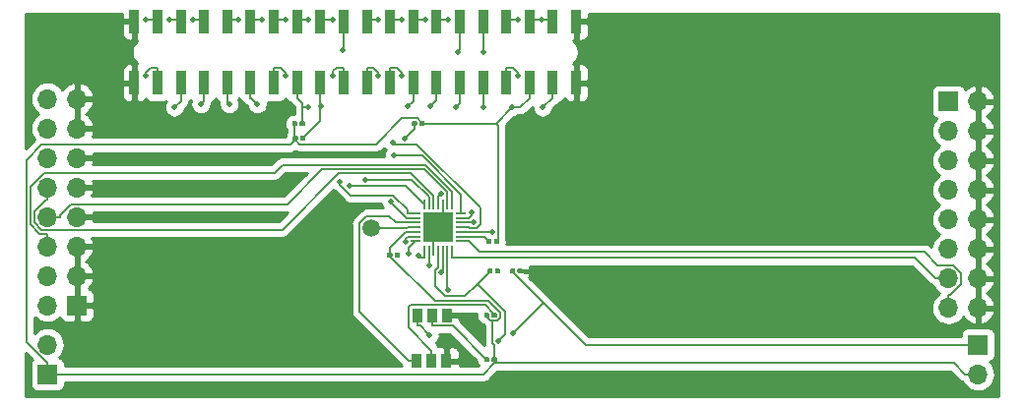
<source format=gbr>
G04 #@! TF.GenerationSoftware,KiCad,Pcbnew,5.1.2-1.fc30*
G04 #@! TF.CreationDate,2019-05-22T10:25:12+05:30*
G04 #@! TF.ProjectId,sx1509,73783135-3039-42e6-9b69-6361645f7063,v0.1*
G04 #@! TF.SameCoordinates,Original*
G04 #@! TF.FileFunction,Copper,L1,Top*
G04 #@! TF.FilePolarity,Positive*
%FSLAX46Y46*%
G04 Gerber Fmt 4.6, Leading zero omitted, Abs format (unit mm)*
G04 Created by KiCad (PCBNEW 5.1.2-1.fc30) date 2019-05-22 10:25:12*
%MOMM*%
%LPD*%
G04 APERTURE LIST*
%ADD10R,0.198120X0.848360*%
%ADD11R,0.848360X0.198120*%
%ADD12R,2.649220X2.649220*%
%ADD13R,0.890000X2.100000*%
%ADD14R,1.700000X1.700000*%
%ADD15O,1.700000X1.700000*%
%ADD16C,0.100000*%
%ADD17C,0.400000*%
%ADD18C,1.500000*%
%ADD19R,0.970000X1.270000*%
%ADD20C,0.500000*%
%ADD21C,0.150000*%
%ADD22C,0.254000*%
G04 APERTURE END LIST*
D10*
X137336880Y-117118420D03*
X136935560Y-117118420D03*
X136536780Y-117118420D03*
X136138000Y-117118420D03*
X135739220Y-117118420D03*
X135340440Y-117118420D03*
X134939120Y-117118420D03*
D11*
X134164420Y-117893120D03*
X134164420Y-118294440D03*
X134164420Y-118693220D03*
X134164420Y-119092000D03*
X134164420Y-119490780D03*
X134164420Y-119889560D03*
X134164420Y-120290880D03*
D10*
X134939120Y-121065580D03*
X135340440Y-121065580D03*
X135739220Y-121065580D03*
X136138000Y-121065580D03*
X136536780Y-121065580D03*
X136935560Y-121065580D03*
X137336880Y-121065580D03*
D11*
X138111580Y-120290880D03*
X138111580Y-119889560D03*
X138111580Y-119490780D03*
X138111580Y-119092000D03*
X138111580Y-118693220D03*
X138111580Y-118294440D03*
X138111580Y-117893120D03*
D12*
X136138000Y-119092000D03*
D13*
X148000000Y-101350000D03*
X146000000Y-101350000D03*
X144000000Y-101350000D03*
X142000000Y-101350000D03*
X140000000Y-101350000D03*
X138000000Y-101350000D03*
X136000000Y-101350000D03*
X134000000Y-101350000D03*
X132000000Y-101350000D03*
X130000000Y-101350000D03*
X128000000Y-101350000D03*
X126000000Y-101350000D03*
X124000000Y-101350000D03*
X122000000Y-101350000D03*
X120000000Y-101350000D03*
X118000000Y-101350000D03*
X116000000Y-101350000D03*
X114000000Y-101350000D03*
X148000000Y-106650000D03*
X146000000Y-106650000D03*
X144000000Y-106650000D03*
X142000000Y-106650000D03*
X140000000Y-106650000D03*
X138000000Y-106650000D03*
X136000000Y-106650000D03*
X134000000Y-106650000D03*
X132000000Y-106650000D03*
X130000000Y-106650000D03*
X128000000Y-106650000D03*
X126000000Y-106650000D03*
X124000000Y-106650000D03*
X122000000Y-106650000D03*
X120000000Y-106650000D03*
X118000000Y-106650000D03*
X116000000Y-106650000D03*
X110000000Y-106650000D03*
X110000000Y-101350000D03*
X112000000Y-101350000D03*
X112000000Y-106650000D03*
X114000000Y-106650000D03*
D14*
X182550000Y-129210000D03*
D15*
X182550000Y-131750000D03*
X102540000Y-129210000D03*
D14*
X102540000Y-131750000D03*
D16*
G36*
X132113802Y-121281482D02*
G01*
X132123509Y-121282921D01*
X132133028Y-121285306D01*
X132142268Y-121288612D01*
X132151140Y-121292808D01*
X132159557Y-121297853D01*
X132167439Y-121303699D01*
X132174711Y-121310289D01*
X132181301Y-121317561D01*
X132187147Y-121325443D01*
X132192192Y-121333860D01*
X132196388Y-121342732D01*
X132199694Y-121351972D01*
X132202079Y-121361491D01*
X132203518Y-121371198D01*
X132204000Y-121381000D01*
X132204000Y-121581000D01*
X132203518Y-121590802D01*
X132202079Y-121600509D01*
X132199694Y-121610028D01*
X132196388Y-121619268D01*
X132192192Y-121628140D01*
X132187147Y-121636557D01*
X132181301Y-121644439D01*
X132174711Y-121651711D01*
X132167439Y-121658301D01*
X132159557Y-121664147D01*
X132151140Y-121669192D01*
X132142268Y-121673388D01*
X132133028Y-121676694D01*
X132123509Y-121679079D01*
X132113802Y-121680518D01*
X132104000Y-121681000D01*
X131844000Y-121681000D01*
X131834198Y-121680518D01*
X131824491Y-121679079D01*
X131814972Y-121676694D01*
X131805732Y-121673388D01*
X131796860Y-121669192D01*
X131788443Y-121664147D01*
X131780561Y-121658301D01*
X131773289Y-121651711D01*
X131766699Y-121644439D01*
X131760853Y-121636557D01*
X131755808Y-121628140D01*
X131751612Y-121619268D01*
X131748306Y-121610028D01*
X131745921Y-121600509D01*
X131744482Y-121590802D01*
X131744000Y-121581000D01*
X131744000Y-121381000D01*
X131744482Y-121371198D01*
X131745921Y-121361491D01*
X131748306Y-121351972D01*
X131751612Y-121342732D01*
X131755808Y-121333860D01*
X131760853Y-121325443D01*
X131766699Y-121317561D01*
X131773289Y-121310289D01*
X131780561Y-121303699D01*
X131788443Y-121297853D01*
X131796860Y-121292808D01*
X131805732Y-121288612D01*
X131814972Y-121285306D01*
X131824491Y-121282921D01*
X131834198Y-121281482D01*
X131844000Y-121281000D01*
X132104000Y-121281000D01*
X132113802Y-121281482D01*
X132113802Y-121281482D01*
G37*
D17*
X131974000Y-121481000D03*
D16*
G36*
X132753802Y-121281482D02*
G01*
X132763509Y-121282921D01*
X132773028Y-121285306D01*
X132782268Y-121288612D01*
X132791140Y-121292808D01*
X132799557Y-121297853D01*
X132807439Y-121303699D01*
X132814711Y-121310289D01*
X132821301Y-121317561D01*
X132827147Y-121325443D01*
X132832192Y-121333860D01*
X132836388Y-121342732D01*
X132839694Y-121351972D01*
X132842079Y-121361491D01*
X132843518Y-121371198D01*
X132844000Y-121381000D01*
X132844000Y-121581000D01*
X132843518Y-121590802D01*
X132842079Y-121600509D01*
X132839694Y-121610028D01*
X132836388Y-121619268D01*
X132832192Y-121628140D01*
X132827147Y-121636557D01*
X132821301Y-121644439D01*
X132814711Y-121651711D01*
X132807439Y-121658301D01*
X132799557Y-121664147D01*
X132791140Y-121669192D01*
X132782268Y-121673388D01*
X132773028Y-121676694D01*
X132763509Y-121679079D01*
X132753802Y-121680518D01*
X132744000Y-121681000D01*
X132484000Y-121681000D01*
X132474198Y-121680518D01*
X132464491Y-121679079D01*
X132454972Y-121676694D01*
X132445732Y-121673388D01*
X132436860Y-121669192D01*
X132428443Y-121664147D01*
X132420561Y-121658301D01*
X132413289Y-121651711D01*
X132406699Y-121644439D01*
X132400853Y-121636557D01*
X132395808Y-121628140D01*
X132391612Y-121619268D01*
X132388306Y-121610028D01*
X132385921Y-121600509D01*
X132384482Y-121590802D01*
X132384000Y-121581000D01*
X132384000Y-121381000D01*
X132384482Y-121371198D01*
X132385921Y-121361491D01*
X132388306Y-121351972D01*
X132391612Y-121342732D01*
X132395808Y-121333860D01*
X132400853Y-121325443D01*
X132406699Y-121317561D01*
X132413289Y-121310289D01*
X132420561Y-121303699D01*
X132428443Y-121297853D01*
X132436860Y-121292808D01*
X132445732Y-121288612D01*
X132454972Y-121285306D01*
X132464491Y-121282921D01*
X132474198Y-121281482D01*
X132484000Y-121281000D01*
X132744000Y-121281000D01*
X132753802Y-121281482D01*
X132753802Y-121281482D01*
G37*
D17*
X132614000Y-121481000D03*
D16*
G36*
X143319802Y-122660482D02*
G01*
X143329509Y-122661921D01*
X143339028Y-122664306D01*
X143348268Y-122667612D01*
X143357140Y-122671808D01*
X143365557Y-122676853D01*
X143373439Y-122682699D01*
X143380711Y-122689289D01*
X143387301Y-122696561D01*
X143393147Y-122704443D01*
X143398192Y-122712860D01*
X143402388Y-122721732D01*
X143405694Y-122730972D01*
X143408079Y-122740491D01*
X143409518Y-122750198D01*
X143410000Y-122760000D01*
X143410000Y-122960000D01*
X143409518Y-122969802D01*
X143408079Y-122979509D01*
X143405694Y-122989028D01*
X143402388Y-122998268D01*
X143398192Y-123007140D01*
X143393147Y-123015557D01*
X143387301Y-123023439D01*
X143380711Y-123030711D01*
X143373439Y-123037301D01*
X143365557Y-123043147D01*
X143357140Y-123048192D01*
X143348268Y-123052388D01*
X143339028Y-123055694D01*
X143329509Y-123058079D01*
X143319802Y-123059518D01*
X143310000Y-123060000D01*
X143050000Y-123060000D01*
X143040198Y-123059518D01*
X143030491Y-123058079D01*
X143020972Y-123055694D01*
X143011732Y-123052388D01*
X143002860Y-123048192D01*
X142994443Y-123043147D01*
X142986561Y-123037301D01*
X142979289Y-123030711D01*
X142972699Y-123023439D01*
X142966853Y-123015557D01*
X142961808Y-123007140D01*
X142957612Y-122998268D01*
X142954306Y-122989028D01*
X142951921Y-122979509D01*
X142950482Y-122969802D01*
X142950000Y-122960000D01*
X142950000Y-122760000D01*
X142950482Y-122750198D01*
X142951921Y-122740491D01*
X142954306Y-122730972D01*
X142957612Y-122721732D01*
X142961808Y-122712860D01*
X142966853Y-122704443D01*
X142972699Y-122696561D01*
X142979289Y-122689289D01*
X142986561Y-122682699D01*
X142994443Y-122676853D01*
X143002860Y-122671808D01*
X143011732Y-122667612D01*
X143020972Y-122664306D01*
X143030491Y-122661921D01*
X143040198Y-122660482D01*
X143050000Y-122660000D01*
X143310000Y-122660000D01*
X143319802Y-122660482D01*
X143319802Y-122660482D01*
G37*
D17*
X143180000Y-122860000D03*
D16*
G36*
X142679802Y-122660482D02*
G01*
X142689509Y-122661921D01*
X142699028Y-122664306D01*
X142708268Y-122667612D01*
X142717140Y-122671808D01*
X142725557Y-122676853D01*
X142733439Y-122682699D01*
X142740711Y-122689289D01*
X142747301Y-122696561D01*
X142753147Y-122704443D01*
X142758192Y-122712860D01*
X142762388Y-122721732D01*
X142765694Y-122730972D01*
X142768079Y-122740491D01*
X142769518Y-122750198D01*
X142770000Y-122760000D01*
X142770000Y-122960000D01*
X142769518Y-122969802D01*
X142768079Y-122979509D01*
X142765694Y-122989028D01*
X142762388Y-122998268D01*
X142758192Y-123007140D01*
X142753147Y-123015557D01*
X142747301Y-123023439D01*
X142740711Y-123030711D01*
X142733439Y-123037301D01*
X142725557Y-123043147D01*
X142717140Y-123048192D01*
X142708268Y-123052388D01*
X142699028Y-123055694D01*
X142689509Y-123058079D01*
X142679802Y-123059518D01*
X142670000Y-123060000D01*
X142410000Y-123060000D01*
X142400198Y-123059518D01*
X142390491Y-123058079D01*
X142380972Y-123055694D01*
X142371732Y-123052388D01*
X142362860Y-123048192D01*
X142354443Y-123043147D01*
X142346561Y-123037301D01*
X142339289Y-123030711D01*
X142332699Y-123023439D01*
X142326853Y-123015557D01*
X142321808Y-123007140D01*
X142317612Y-122998268D01*
X142314306Y-122989028D01*
X142311921Y-122979509D01*
X142310482Y-122969802D01*
X142310000Y-122960000D01*
X142310000Y-122760000D01*
X142310482Y-122750198D01*
X142311921Y-122740491D01*
X142314306Y-122730972D01*
X142317612Y-122721732D01*
X142321808Y-122712860D01*
X142326853Y-122704443D01*
X142332699Y-122696561D01*
X142339289Y-122689289D01*
X142346561Y-122682699D01*
X142354443Y-122676853D01*
X142362860Y-122671808D01*
X142371732Y-122667612D01*
X142380972Y-122664306D01*
X142390491Y-122661921D01*
X142400198Y-122660482D01*
X142410000Y-122660000D01*
X142670000Y-122660000D01*
X142679802Y-122660482D01*
X142679802Y-122660482D01*
G37*
D17*
X142540000Y-122860000D03*
D16*
G36*
X140744802Y-122660482D02*
G01*
X140754509Y-122661921D01*
X140764028Y-122664306D01*
X140773268Y-122667612D01*
X140782140Y-122671808D01*
X140790557Y-122676853D01*
X140798439Y-122682699D01*
X140805711Y-122689289D01*
X140812301Y-122696561D01*
X140818147Y-122704443D01*
X140823192Y-122712860D01*
X140827388Y-122721732D01*
X140830694Y-122730972D01*
X140833079Y-122740491D01*
X140834518Y-122750198D01*
X140835000Y-122760000D01*
X140835000Y-122960000D01*
X140834518Y-122969802D01*
X140833079Y-122979509D01*
X140830694Y-122989028D01*
X140827388Y-122998268D01*
X140823192Y-123007140D01*
X140818147Y-123015557D01*
X140812301Y-123023439D01*
X140805711Y-123030711D01*
X140798439Y-123037301D01*
X140790557Y-123043147D01*
X140782140Y-123048192D01*
X140773268Y-123052388D01*
X140764028Y-123055694D01*
X140754509Y-123058079D01*
X140744802Y-123059518D01*
X140735000Y-123060000D01*
X140475000Y-123060000D01*
X140465198Y-123059518D01*
X140455491Y-123058079D01*
X140445972Y-123055694D01*
X140436732Y-123052388D01*
X140427860Y-123048192D01*
X140419443Y-123043147D01*
X140411561Y-123037301D01*
X140404289Y-123030711D01*
X140397699Y-123023439D01*
X140391853Y-123015557D01*
X140386808Y-123007140D01*
X140382612Y-122998268D01*
X140379306Y-122989028D01*
X140376921Y-122979509D01*
X140375482Y-122969802D01*
X140375000Y-122960000D01*
X140375000Y-122760000D01*
X140375482Y-122750198D01*
X140376921Y-122740491D01*
X140379306Y-122730972D01*
X140382612Y-122721732D01*
X140386808Y-122712860D01*
X140391853Y-122704443D01*
X140397699Y-122696561D01*
X140404289Y-122689289D01*
X140411561Y-122682699D01*
X140419443Y-122676853D01*
X140427860Y-122671808D01*
X140436732Y-122667612D01*
X140445972Y-122664306D01*
X140455491Y-122661921D01*
X140465198Y-122660482D01*
X140475000Y-122660000D01*
X140735000Y-122660000D01*
X140744802Y-122660482D01*
X140744802Y-122660482D01*
G37*
D17*
X140605000Y-122860000D03*
D16*
G36*
X141384802Y-122660482D02*
G01*
X141394509Y-122661921D01*
X141404028Y-122664306D01*
X141413268Y-122667612D01*
X141422140Y-122671808D01*
X141430557Y-122676853D01*
X141438439Y-122682699D01*
X141445711Y-122689289D01*
X141452301Y-122696561D01*
X141458147Y-122704443D01*
X141463192Y-122712860D01*
X141467388Y-122721732D01*
X141470694Y-122730972D01*
X141473079Y-122740491D01*
X141474518Y-122750198D01*
X141475000Y-122760000D01*
X141475000Y-122960000D01*
X141474518Y-122969802D01*
X141473079Y-122979509D01*
X141470694Y-122989028D01*
X141467388Y-122998268D01*
X141463192Y-123007140D01*
X141458147Y-123015557D01*
X141452301Y-123023439D01*
X141445711Y-123030711D01*
X141438439Y-123037301D01*
X141430557Y-123043147D01*
X141422140Y-123048192D01*
X141413268Y-123052388D01*
X141404028Y-123055694D01*
X141394509Y-123058079D01*
X141384802Y-123059518D01*
X141375000Y-123060000D01*
X141115000Y-123060000D01*
X141105198Y-123059518D01*
X141095491Y-123058079D01*
X141085972Y-123055694D01*
X141076732Y-123052388D01*
X141067860Y-123048192D01*
X141059443Y-123043147D01*
X141051561Y-123037301D01*
X141044289Y-123030711D01*
X141037699Y-123023439D01*
X141031853Y-123015557D01*
X141026808Y-123007140D01*
X141022612Y-122998268D01*
X141019306Y-122989028D01*
X141016921Y-122979509D01*
X141015482Y-122969802D01*
X141015000Y-122960000D01*
X141015000Y-122760000D01*
X141015482Y-122750198D01*
X141016921Y-122740491D01*
X141019306Y-122730972D01*
X141022612Y-122721732D01*
X141026808Y-122712860D01*
X141031853Y-122704443D01*
X141037699Y-122696561D01*
X141044289Y-122689289D01*
X141051561Y-122682699D01*
X141059443Y-122676853D01*
X141067860Y-122671808D01*
X141076732Y-122667612D01*
X141085972Y-122664306D01*
X141095491Y-122661921D01*
X141105198Y-122660482D01*
X141115000Y-122660000D01*
X141375000Y-122660000D01*
X141384802Y-122660482D01*
X141384802Y-122660482D01*
G37*
D17*
X141245000Y-122860000D03*
D16*
G36*
X134228802Y-109955482D02*
G01*
X134238509Y-109956921D01*
X134248028Y-109959306D01*
X134257268Y-109962612D01*
X134266140Y-109966808D01*
X134274557Y-109971853D01*
X134282439Y-109977699D01*
X134289711Y-109984289D01*
X134296301Y-109991561D01*
X134302147Y-109999443D01*
X134307192Y-110007860D01*
X134311388Y-110016732D01*
X134314694Y-110025972D01*
X134317079Y-110035491D01*
X134318518Y-110045198D01*
X134319000Y-110055000D01*
X134319000Y-110255000D01*
X134318518Y-110264802D01*
X134317079Y-110274509D01*
X134314694Y-110284028D01*
X134311388Y-110293268D01*
X134307192Y-110302140D01*
X134302147Y-110310557D01*
X134296301Y-110318439D01*
X134289711Y-110325711D01*
X134282439Y-110332301D01*
X134274557Y-110338147D01*
X134266140Y-110343192D01*
X134257268Y-110347388D01*
X134248028Y-110350694D01*
X134238509Y-110353079D01*
X134228802Y-110354518D01*
X134219000Y-110355000D01*
X133959000Y-110355000D01*
X133949198Y-110354518D01*
X133939491Y-110353079D01*
X133929972Y-110350694D01*
X133920732Y-110347388D01*
X133911860Y-110343192D01*
X133903443Y-110338147D01*
X133895561Y-110332301D01*
X133888289Y-110325711D01*
X133881699Y-110318439D01*
X133875853Y-110310557D01*
X133870808Y-110302140D01*
X133866612Y-110293268D01*
X133863306Y-110284028D01*
X133860921Y-110274509D01*
X133859482Y-110264802D01*
X133859000Y-110255000D01*
X133859000Y-110055000D01*
X133859482Y-110045198D01*
X133860921Y-110035491D01*
X133863306Y-110025972D01*
X133866612Y-110016732D01*
X133870808Y-110007860D01*
X133875853Y-109999443D01*
X133881699Y-109991561D01*
X133888289Y-109984289D01*
X133895561Y-109977699D01*
X133903443Y-109971853D01*
X133911860Y-109966808D01*
X133920732Y-109962612D01*
X133929972Y-109959306D01*
X133939491Y-109956921D01*
X133949198Y-109955482D01*
X133959000Y-109955000D01*
X134219000Y-109955000D01*
X134228802Y-109955482D01*
X134228802Y-109955482D01*
G37*
D17*
X134089000Y-110155000D03*
D16*
G36*
X134868802Y-109955482D02*
G01*
X134878509Y-109956921D01*
X134888028Y-109959306D01*
X134897268Y-109962612D01*
X134906140Y-109966808D01*
X134914557Y-109971853D01*
X134922439Y-109977699D01*
X134929711Y-109984289D01*
X134936301Y-109991561D01*
X134942147Y-109999443D01*
X134947192Y-110007860D01*
X134951388Y-110016732D01*
X134954694Y-110025972D01*
X134957079Y-110035491D01*
X134958518Y-110045198D01*
X134959000Y-110055000D01*
X134959000Y-110255000D01*
X134958518Y-110264802D01*
X134957079Y-110274509D01*
X134954694Y-110284028D01*
X134951388Y-110293268D01*
X134947192Y-110302140D01*
X134942147Y-110310557D01*
X134936301Y-110318439D01*
X134929711Y-110325711D01*
X134922439Y-110332301D01*
X134914557Y-110338147D01*
X134906140Y-110343192D01*
X134897268Y-110347388D01*
X134888028Y-110350694D01*
X134878509Y-110353079D01*
X134868802Y-110354518D01*
X134859000Y-110355000D01*
X134599000Y-110355000D01*
X134589198Y-110354518D01*
X134579491Y-110353079D01*
X134569972Y-110350694D01*
X134560732Y-110347388D01*
X134551860Y-110343192D01*
X134543443Y-110338147D01*
X134535561Y-110332301D01*
X134528289Y-110325711D01*
X134521699Y-110318439D01*
X134515853Y-110310557D01*
X134510808Y-110302140D01*
X134506612Y-110293268D01*
X134503306Y-110284028D01*
X134500921Y-110274509D01*
X134499482Y-110264802D01*
X134499000Y-110255000D01*
X134499000Y-110055000D01*
X134499482Y-110045198D01*
X134500921Y-110035491D01*
X134503306Y-110025972D01*
X134506612Y-110016732D01*
X134510808Y-110007860D01*
X134515853Y-109999443D01*
X134521699Y-109991561D01*
X134528289Y-109984289D01*
X134535561Y-109977699D01*
X134543443Y-109971853D01*
X134551860Y-109966808D01*
X134560732Y-109962612D01*
X134569972Y-109959306D01*
X134579491Y-109956921D01*
X134589198Y-109955482D01*
X134599000Y-109955000D01*
X134859000Y-109955000D01*
X134868802Y-109955482D01*
X134868802Y-109955482D01*
G37*
D17*
X134729000Y-110155000D03*
D16*
G36*
X141294802Y-120120482D02*
G01*
X141304509Y-120121921D01*
X141314028Y-120124306D01*
X141323268Y-120127612D01*
X141332140Y-120131808D01*
X141340557Y-120136853D01*
X141348439Y-120142699D01*
X141355711Y-120149289D01*
X141362301Y-120156561D01*
X141368147Y-120164443D01*
X141373192Y-120172860D01*
X141377388Y-120181732D01*
X141380694Y-120190972D01*
X141383079Y-120200491D01*
X141384518Y-120210198D01*
X141385000Y-120220000D01*
X141385000Y-120420000D01*
X141384518Y-120429802D01*
X141383079Y-120439509D01*
X141380694Y-120449028D01*
X141377388Y-120458268D01*
X141373192Y-120467140D01*
X141368147Y-120475557D01*
X141362301Y-120483439D01*
X141355711Y-120490711D01*
X141348439Y-120497301D01*
X141340557Y-120503147D01*
X141332140Y-120508192D01*
X141323268Y-120512388D01*
X141314028Y-120515694D01*
X141304509Y-120518079D01*
X141294802Y-120519518D01*
X141285000Y-120520000D01*
X141025000Y-120520000D01*
X141015198Y-120519518D01*
X141005491Y-120518079D01*
X140995972Y-120515694D01*
X140986732Y-120512388D01*
X140977860Y-120508192D01*
X140969443Y-120503147D01*
X140961561Y-120497301D01*
X140954289Y-120490711D01*
X140947699Y-120483439D01*
X140941853Y-120475557D01*
X140936808Y-120467140D01*
X140932612Y-120458268D01*
X140929306Y-120449028D01*
X140926921Y-120439509D01*
X140925482Y-120429802D01*
X140925000Y-120420000D01*
X140925000Y-120220000D01*
X140925482Y-120210198D01*
X140926921Y-120200491D01*
X140929306Y-120190972D01*
X140932612Y-120181732D01*
X140936808Y-120172860D01*
X140941853Y-120164443D01*
X140947699Y-120156561D01*
X140954289Y-120149289D01*
X140961561Y-120142699D01*
X140969443Y-120136853D01*
X140977860Y-120131808D01*
X140986732Y-120127612D01*
X140995972Y-120124306D01*
X141005491Y-120121921D01*
X141015198Y-120120482D01*
X141025000Y-120120000D01*
X141285000Y-120120000D01*
X141294802Y-120120482D01*
X141294802Y-120120482D01*
G37*
D17*
X141155000Y-120320000D03*
D16*
G36*
X140654802Y-120120482D02*
G01*
X140664509Y-120121921D01*
X140674028Y-120124306D01*
X140683268Y-120127612D01*
X140692140Y-120131808D01*
X140700557Y-120136853D01*
X140708439Y-120142699D01*
X140715711Y-120149289D01*
X140722301Y-120156561D01*
X140728147Y-120164443D01*
X140733192Y-120172860D01*
X140737388Y-120181732D01*
X140740694Y-120190972D01*
X140743079Y-120200491D01*
X140744518Y-120210198D01*
X140745000Y-120220000D01*
X140745000Y-120420000D01*
X140744518Y-120429802D01*
X140743079Y-120439509D01*
X140740694Y-120449028D01*
X140737388Y-120458268D01*
X140733192Y-120467140D01*
X140728147Y-120475557D01*
X140722301Y-120483439D01*
X140715711Y-120490711D01*
X140708439Y-120497301D01*
X140700557Y-120503147D01*
X140692140Y-120508192D01*
X140683268Y-120512388D01*
X140674028Y-120515694D01*
X140664509Y-120518079D01*
X140654802Y-120519518D01*
X140645000Y-120520000D01*
X140385000Y-120520000D01*
X140375198Y-120519518D01*
X140365491Y-120518079D01*
X140355972Y-120515694D01*
X140346732Y-120512388D01*
X140337860Y-120508192D01*
X140329443Y-120503147D01*
X140321561Y-120497301D01*
X140314289Y-120490711D01*
X140307699Y-120483439D01*
X140301853Y-120475557D01*
X140296808Y-120467140D01*
X140292612Y-120458268D01*
X140289306Y-120449028D01*
X140286921Y-120439509D01*
X140285482Y-120429802D01*
X140285000Y-120420000D01*
X140285000Y-120220000D01*
X140285482Y-120210198D01*
X140286921Y-120200491D01*
X140289306Y-120190972D01*
X140292612Y-120181732D01*
X140296808Y-120172860D01*
X140301853Y-120164443D01*
X140307699Y-120156561D01*
X140314289Y-120149289D01*
X140321561Y-120142699D01*
X140329443Y-120136853D01*
X140337860Y-120131808D01*
X140346732Y-120127612D01*
X140355972Y-120124306D01*
X140365491Y-120121921D01*
X140375198Y-120120482D01*
X140385000Y-120120000D01*
X140645000Y-120120000D01*
X140654802Y-120120482D01*
X140654802Y-120120482D01*
G37*
D17*
X140515000Y-120320000D03*
D16*
G36*
X141099802Y-130280482D02*
G01*
X141109509Y-130281921D01*
X141119028Y-130284306D01*
X141128268Y-130287612D01*
X141137140Y-130291808D01*
X141145557Y-130296853D01*
X141153439Y-130302699D01*
X141160711Y-130309289D01*
X141167301Y-130316561D01*
X141173147Y-130324443D01*
X141178192Y-130332860D01*
X141182388Y-130341732D01*
X141185694Y-130350972D01*
X141188079Y-130360491D01*
X141189518Y-130370198D01*
X141190000Y-130380000D01*
X141190000Y-130580000D01*
X141189518Y-130589802D01*
X141188079Y-130599509D01*
X141185694Y-130609028D01*
X141182388Y-130618268D01*
X141178192Y-130627140D01*
X141173147Y-130635557D01*
X141167301Y-130643439D01*
X141160711Y-130650711D01*
X141153439Y-130657301D01*
X141145557Y-130663147D01*
X141137140Y-130668192D01*
X141128268Y-130672388D01*
X141119028Y-130675694D01*
X141109509Y-130678079D01*
X141099802Y-130679518D01*
X141090000Y-130680000D01*
X140830000Y-130680000D01*
X140820198Y-130679518D01*
X140810491Y-130678079D01*
X140800972Y-130675694D01*
X140791732Y-130672388D01*
X140782860Y-130668192D01*
X140774443Y-130663147D01*
X140766561Y-130657301D01*
X140759289Y-130650711D01*
X140752699Y-130643439D01*
X140746853Y-130635557D01*
X140741808Y-130627140D01*
X140737612Y-130618268D01*
X140734306Y-130609028D01*
X140731921Y-130599509D01*
X140730482Y-130589802D01*
X140730000Y-130580000D01*
X140730000Y-130380000D01*
X140730482Y-130370198D01*
X140731921Y-130360491D01*
X140734306Y-130350972D01*
X140737612Y-130341732D01*
X140741808Y-130332860D01*
X140746853Y-130324443D01*
X140752699Y-130316561D01*
X140759289Y-130309289D01*
X140766561Y-130302699D01*
X140774443Y-130296853D01*
X140782860Y-130291808D01*
X140791732Y-130287612D01*
X140800972Y-130284306D01*
X140810491Y-130281921D01*
X140820198Y-130280482D01*
X140830000Y-130280000D01*
X141090000Y-130280000D01*
X141099802Y-130280482D01*
X141099802Y-130280482D01*
G37*
D17*
X140960000Y-130480000D03*
D16*
G36*
X140459802Y-130280482D02*
G01*
X140469509Y-130281921D01*
X140479028Y-130284306D01*
X140488268Y-130287612D01*
X140497140Y-130291808D01*
X140505557Y-130296853D01*
X140513439Y-130302699D01*
X140520711Y-130309289D01*
X140527301Y-130316561D01*
X140533147Y-130324443D01*
X140538192Y-130332860D01*
X140542388Y-130341732D01*
X140545694Y-130350972D01*
X140548079Y-130360491D01*
X140549518Y-130370198D01*
X140550000Y-130380000D01*
X140550000Y-130580000D01*
X140549518Y-130589802D01*
X140548079Y-130599509D01*
X140545694Y-130609028D01*
X140542388Y-130618268D01*
X140538192Y-130627140D01*
X140533147Y-130635557D01*
X140527301Y-130643439D01*
X140520711Y-130650711D01*
X140513439Y-130657301D01*
X140505557Y-130663147D01*
X140497140Y-130668192D01*
X140488268Y-130672388D01*
X140479028Y-130675694D01*
X140469509Y-130678079D01*
X140459802Y-130679518D01*
X140450000Y-130680000D01*
X140190000Y-130680000D01*
X140180198Y-130679518D01*
X140170491Y-130678079D01*
X140160972Y-130675694D01*
X140151732Y-130672388D01*
X140142860Y-130668192D01*
X140134443Y-130663147D01*
X140126561Y-130657301D01*
X140119289Y-130650711D01*
X140112699Y-130643439D01*
X140106853Y-130635557D01*
X140101808Y-130627140D01*
X140097612Y-130618268D01*
X140094306Y-130609028D01*
X140091921Y-130599509D01*
X140090482Y-130589802D01*
X140090000Y-130580000D01*
X140090000Y-130380000D01*
X140090482Y-130370198D01*
X140091921Y-130360491D01*
X140094306Y-130350972D01*
X140097612Y-130341732D01*
X140101808Y-130332860D01*
X140106853Y-130324443D01*
X140112699Y-130316561D01*
X140119289Y-130309289D01*
X140126561Y-130302699D01*
X140134443Y-130296853D01*
X140142860Y-130291808D01*
X140151732Y-130287612D01*
X140160972Y-130284306D01*
X140170491Y-130281921D01*
X140180198Y-130280482D01*
X140190000Y-130280000D01*
X140450000Y-130280000D01*
X140459802Y-130280482D01*
X140459802Y-130280482D01*
G37*
D17*
X140320000Y-130480000D03*
D16*
G36*
X140459802Y-126470482D02*
G01*
X140469509Y-126471921D01*
X140479028Y-126474306D01*
X140488268Y-126477612D01*
X140497140Y-126481808D01*
X140505557Y-126486853D01*
X140513439Y-126492699D01*
X140520711Y-126499289D01*
X140527301Y-126506561D01*
X140533147Y-126514443D01*
X140538192Y-126522860D01*
X140542388Y-126531732D01*
X140545694Y-126540972D01*
X140548079Y-126550491D01*
X140549518Y-126560198D01*
X140550000Y-126570000D01*
X140550000Y-126770000D01*
X140549518Y-126779802D01*
X140548079Y-126789509D01*
X140545694Y-126799028D01*
X140542388Y-126808268D01*
X140538192Y-126817140D01*
X140533147Y-126825557D01*
X140527301Y-126833439D01*
X140520711Y-126840711D01*
X140513439Y-126847301D01*
X140505557Y-126853147D01*
X140497140Y-126858192D01*
X140488268Y-126862388D01*
X140479028Y-126865694D01*
X140469509Y-126868079D01*
X140459802Y-126869518D01*
X140450000Y-126870000D01*
X140190000Y-126870000D01*
X140180198Y-126869518D01*
X140170491Y-126868079D01*
X140160972Y-126865694D01*
X140151732Y-126862388D01*
X140142860Y-126858192D01*
X140134443Y-126853147D01*
X140126561Y-126847301D01*
X140119289Y-126840711D01*
X140112699Y-126833439D01*
X140106853Y-126825557D01*
X140101808Y-126817140D01*
X140097612Y-126808268D01*
X140094306Y-126799028D01*
X140091921Y-126789509D01*
X140090482Y-126779802D01*
X140090000Y-126770000D01*
X140090000Y-126570000D01*
X140090482Y-126560198D01*
X140091921Y-126550491D01*
X140094306Y-126540972D01*
X140097612Y-126531732D01*
X140101808Y-126522860D01*
X140106853Y-126514443D01*
X140112699Y-126506561D01*
X140119289Y-126499289D01*
X140126561Y-126492699D01*
X140134443Y-126486853D01*
X140142860Y-126481808D01*
X140151732Y-126477612D01*
X140160972Y-126474306D01*
X140170491Y-126471921D01*
X140180198Y-126470482D01*
X140190000Y-126470000D01*
X140450000Y-126470000D01*
X140459802Y-126470482D01*
X140459802Y-126470482D01*
G37*
D17*
X140320000Y-126670000D03*
D16*
G36*
X141099802Y-126470482D02*
G01*
X141109509Y-126471921D01*
X141119028Y-126474306D01*
X141128268Y-126477612D01*
X141137140Y-126481808D01*
X141145557Y-126486853D01*
X141153439Y-126492699D01*
X141160711Y-126499289D01*
X141167301Y-126506561D01*
X141173147Y-126514443D01*
X141178192Y-126522860D01*
X141182388Y-126531732D01*
X141185694Y-126540972D01*
X141188079Y-126550491D01*
X141189518Y-126560198D01*
X141190000Y-126570000D01*
X141190000Y-126770000D01*
X141189518Y-126779802D01*
X141188079Y-126789509D01*
X141185694Y-126799028D01*
X141182388Y-126808268D01*
X141178192Y-126817140D01*
X141173147Y-126825557D01*
X141167301Y-126833439D01*
X141160711Y-126840711D01*
X141153439Y-126847301D01*
X141145557Y-126853147D01*
X141137140Y-126858192D01*
X141128268Y-126862388D01*
X141119028Y-126865694D01*
X141109509Y-126868079D01*
X141099802Y-126869518D01*
X141090000Y-126870000D01*
X140830000Y-126870000D01*
X140820198Y-126869518D01*
X140810491Y-126868079D01*
X140800972Y-126865694D01*
X140791732Y-126862388D01*
X140782860Y-126858192D01*
X140774443Y-126853147D01*
X140766561Y-126847301D01*
X140759289Y-126840711D01*
X140752699Y-126833439D01*
X140746853Y-126825557D01*
X140741808Y-126817140D01*
X140737612Y-126808268D01*
X140734306Y-126799028D01*
X140731921Y-126789509D01*
X140730482Y-126779802D01*
X140730000Y-126770000D01*
X140730000Y-126570000D01*
X140730482Y-126560198D01*
X140731921Y-126550491D01*
X140734306Y-126540972D01*
X140737612Y-126531732D01*
X140741808Y-126522860D01*
X140746853Y-126514443D01*
X140752699Y-126506561D01*
X140759289Y-126499289D01*
X140766561Y-126492699D01*
X140774443Y-126486853D01*
X140782860Y-126481808D01*
X140791732Y-126477612D01*
X140800972Y-126474306D01*
X140810491Y-126471921D01*
X140820198Y-126470482D01*
X140830000Y-126470000D01*
X141090000Y-126470000D01*
X141099802Y-126470482D01*
X141099802Y-126470482D01*
G37*
D17*
X140960000Y-126670000D03*
D16*
G36*
X123985802Y-111230482D02*
G01*
X123995509Y-111231921D01*
X124005028Y-111234306D01*
X124014268Y-111237612D01*
X124023140Y-111241808D01*
X124031557Y-111246853D01*
X124039439Y-111252699D01*
X124046711Y-111259289D01*
X124053301Y-111266561D01*
X124059147Y-111274443D01*
X124064192Y-111282860D01*
X124068388Y-111291732D01*
X124071694Y-111300972D01*
X124074079Y-111310491D01*
X124075518Y-111320198D01*
X124076000Y-111330000D01*
X124076000Y-111530000D01*
X124075518Y-111539802D01*
X124074079Y-111549509D01*
X124071694Y-111559028D01*
X124068388Y-111568268D01*
X124064192Y-111577140D01*
X124059147Y-111585557D01*
X124053301Y-111593439D01*
X124046711Y-111600711D01*
X124039439Y-111607301D01*
X124031557Y-111613147D01*
X124023140Y-111618192D01*
X124014268Y-111622388D01*
X124005028Y-111625694D01*
X123995509Y-111628079D01*
X123985802Y-111629518D01*
X123976000Y-111630000D01*
X123716000Y-111630000D01*
X123706198Y-111629518D01*
X123696491Y-111628079D01*
X123686972Y-111625694D01*
X123677732Y-111622388D01*
X123668860Y-111618192D01*
X123660443Y-111613147D01*
X123652561Y-111607301D01*
X123645289Y-111600711D01*
X123638699Y-111593439D01*
X123632853Y-111585557D01*
X123627808Y-111577140D01*
X123623612Y-111568268D01*
X123620306Y-111559028D01*
X123617921Y-111549509D01*
X123616482Y-111539802D01*
X123616000Y-111530000D01*
X123616000Y-111330000D01*
X123616482Y-111320198D01*
X123617921Y-111310491D01*
X123620306Y-111300972D01*
X123623612Y-111291732D01*
X123627808Y-111282860D01*
X123632853Y-111274443D01*
X123638699Y-111266561D01*
X123645289Y-111259289D01*
X123652561Y-111252699D01*
X123660443Y-111246853D01*
X123668860Y-111241808D01*
X123677732Y-111237612D01*
X123686972Y-111234306D01*
X123696491Y-111231921D01*
X123706198Y-111230482D01*
X123716000Y-111230000D01*
X123976000Y-111230000D01*
X123985802Y-111230482D01*
X123985802Y-111230482D01*
G37*
D17*
X123846000Y-111430000D03*
D16*
G36*
X124625802Y-111230482D02*
G01*
X124635509Y-111231921D01*
X124645028Y-111234306D01*
X124654268Y-111237612D01*
X124663140Y-111241808D01*
X124671557Y-111246853D01*
X124679439Y-111252699D01*
X124686711Y-111259289D01*
X124693301Y-111266561D01*
X124699147Y-111274443D01*
X124704192Y-111282860D01*
X124708388Y-111291732D01*
X124711694Y-111300972D01*
X124714079Y-111310491D01*
X124715518Y-111320198D01*
X124716000Y-111330000D01*
X124716000Y-111530000D01*
X124715518Y-111539802D01*
X124714079Y-111549509D01*
X124711694Y-111559028D01*
X124708388Y-111568268D01*
X124704192Y-111577140D01*
X124699147Y-111585557D01*
X124693301Y-111593439D01*
X124686711Y-111600711D01*
X124679439Y-111607301D01*
X124671557Y-111613147D01*
X124663140Y-111618192D01*
X124654268Y-111622388D01*
X124645028Y-111625694D01*
X124635509Y-111628079D01*
X124625802Y-111629518D01*
X124616000Y-111630000D01*
X124356000Y-111630000D01*
X124346198Y-111629518D01*
X124336491Y-111628079D01*
X124326972Y-111625694D01*
X124317732Y-111622388D01*
X124308860Y-111618192D01*
X124300443Y-111613147D01*
X124292561Y-111607301D01*
X124285289Y-111600711D01*
X124278699Y-111593439D01*
X124272853Y-111585557D01*
X124267808Y-111577140D01*
X124263612Y-111568268D01*
X124260306Y-111559028D01*
X124257921Y-111549509D01*
X124256482Y-111539802D01*
X124256000Y-111530000D01*
X124256000Y-111330000D01*
X124256482Y-111320198D01*
X124257921Y-111310491D01*
X124260306Y-111300972D01*
X124263612Y-111291732D01*
X124267808Y-111282860D01*
X124272853Y-111274443D01*
X124278699Y-111266561D01*
X124285289Y-111259289D01*
X124292561Y-111252699D01*
X124300443Y-111246853D01*
X124308860Y-111241808D01*
X124317732Y-111237612D01*
X124326972Y-111234306D01*
X124336491Y-111231921D01*
X124346198Y-111230482D01*
X124356000Y-111230000D01*
X124616000Y-111230000D01*
X124625802Y-111230482D01*
X124625802Y-111230482D01*
G37*
D17*
X124486000Y-111430000D03*
D16*
G36*
X124589802Y-109960482D02*
G01*
X124599509Y-109961921D01*
X124609028Y-109964306D01*
X124618268Y-109967612D01*
X124627140Y-109971808D01*
X124635557Y-109976853D01*
X124643439Y-109982699D01*
X124650711Y-109989289D01*
X124657301Y-109996561D01*
X124663147Y-110004443D01*
X124668192Y-110012860D01*
X124672388Y-110021732D01*
X124675694Y-110030972D01*
X124678079Y-110040491D01*
X124679518Y-110050198D01*
X124680000Y-110060000D01*
X124680000Y-110260000D01*
X124679518Y-110269802D01*
X124678079Y-110279509D01*
X124675694Y-110289028D01*
X124672388Y-110298268D01*
X124668192Y-110307140D01*
X124663147Y-110315557D01*
X124657301Y-110323439D01*
X124650711Y-110330711D01*
X124643439Y-110337301D01*
X124635557Y-110343147D01*
X124627140Y-110348192D01*
X124618268Y-110352388D01*
X124609028Y-110355694D01*
X124599509Y-110358079D01*
X124589802Y-110359518D01*
X124580000Y-110360000D01*
X124320000Y-110360000D01*
X124310198Y-110359518D01*
X124300491Y-110358079D01*
X124290972Y-110355694D01*
X124281732Y-110352388D01*
X124272860Y-110348192D01*
X124264443Y-110343147D01*
X124256561Y-110337301D01*
X124249289Y-110330711D01*
X124242699Y-110323439D01*
X124236853Y-110315557D01*
X124231808Y-110307140D01*
X124227612Y-110298268D01*
X124224306Y-110289028D01*
X124221921Y-110279509D01*
X124220482Y-110269802D01*
X124220000Y-110260000D01*
X124220000Y-110060000D01*
X124220482Y-110050198D01*
X124221921Y-110040491D01*
X124224306Y-110030972D01*
X124227612Y-110021732D01*
X124231808Y-110012860D01*
X124236853Y-110004443D01*
X124242699Y-109996561D01*
X124249289Y-109989289D01*
X124256561Y-109982699D01*
X124264443Y-109976853D01*
X124272860Y-109971808D01*
X124281732Y-109967612D01*
X124290972Y-109964306D01*
X124300491Y-109961921D01*
X124310198Y-109960482D01*
X124320000Y-109960000D01*
X124580000Y-109960000D01*
X124589802Y-109960482D01*
X124589802Y-109960482D01*
G37*
D17*
X124450000Y-110160000D03*
D16*
G36*
X123949802Y-109960482D02*
G01*
X123959509Y-109961921D01*
X123969028Y-109964306D01*
X123978268Y-109967612D01*
X123987140Y-109971808D01*
X123995557Y-109976853D01*
X124003439Y-109982699D01*
X124010711Y-109989289D01*
X124017301Y-109996561D01*
X124023147Y-110004443D01*
X124028192Y-110012860D01*
X124032388Y-110021732D01*
X124035694Y-110030972D01*
X124038079Y-110040491D01*
X124039518Y-110050198D01*
X124040000Y-110060000D01*
X124040000Y-110260000D01*
X124039518Y-110269802D01*
X124038079Y-110279509D01*
X124035694Y-110289028D01*
X124032388Y-110298268D01*
X124028192Y-110307140D01*
X124023147Y-110315557D01*
X124017301Y-110323439D01*
X124010711Y-110330711D01*
X124003439Y-110337301D01*
X123995557Y-110343147D01*
X123987140Y-110348192D01*
X123978268Y-110352388D01*
X123969028Y-110355694D01*
X123959509Y-110358079D01*
X123949802Y-110359518D01*
X123940000Y-110360000D01*
X123680000Y-110360000D01*
X123670198Y-110359518D01*
X123660491Y-110358079D01*
X123650972Y-110355694D01*
X123641732Y-110352388D01*
X123632860Y-110348192D01*
X123624443Y-110343147D01*
X123616561Y-110337301D01*
X123609289Y-110330711D01*
X123602699Y-110323439D01*
X123596853Y-110315557D01*
X123591808Y-110307140D01*
X123587612Y-110298268D01*
X123584306Y-110289028D01*
X123581921Y-110279509D01*
X123580482Y-110269802D01*
X123580000Y-110260000D01*
X123580000Y-110060000D01*
X123580482Y-110050198D01*
X123581921Y-110040491D01*
X123584306Y-110030972D01*
X123587612Y-110021732D01*
X123591808Y-110012860D01*
X123596853Y-110004443D01*
X123602699Y-109996561D01*
X123609289Y-109989289D01*
X123616561Y-109982699D01*
X123624443Y-109976853D01*
X123632860Y-109971808D01*
X123641732Y-109967612D01*
X123650972Y-109964306D01*
X123660491Y-109961921D01*
X123670198Y-109960482D01*
X123680000Y-109960000D01*
X123940000Y-109960000D01*
X123949802Y-109960482D01*
X123949802Y-109960482D01*
G37*
D17*
X123810000Y-110160000D03*
D18*
X130406000Y-119131000D03*
D19*
X134328000Y-126683000D03*
X135598000Y-126683000D03*
X136868000Y-126683000D03*
X136855000Y-130594000D03*
X135585000Y-130594000D03*
X134315000Y-130594000D03*
D15*
X102540000Y-108026000D03*
X105080000Y-108026000D03*
X102540000Y-110566000D03*
X105080000Y-110566000D03*
X102540000Y-113106000D03*
X105080000Y-113106000D03*
X102540000Y-115646000D03*
X105080000Y-115646000D03*
X102540000Y-118186000D03*
X105080000Y-118186000D03*
X102540000Y-120726000D03*
X105080000Y-120726000D03*
X102540000Y-123266000D03*
X105080000Y-123266000D03*
X102540000Y-125806000D03*
D14*
X105080000Y-125806000D03*
X180010000Y-108255000D03*
D15*
X182550000Y-108255000D03*
X180010000Y-110795000D03*
X182550000Y-110795000D03*
X180010000Y-113335000D03*
X182550000Y-113335000D03*
X180010000Y-115875000D03*
X182550000Y-115875000D03*
X180010000Y-118415000D03*
X182550000Y-118415000D03*
X180010000Y-120955000D03*
X182550000Y-120955000D03*
X180010000Y-123495000D03*
X182550000Y-123495000D03*
X180010000Y-126035000D03*
X182550000Y-126035000D03*
D20*
X142500300Y-108752000D03*
X145113400Y-108752000D03*
X132230900Y-111788000D03*
X124991100Y-108752000D03*
X126066500Y-108644700D03*
X140757000Y-119484000D03*
X127116200Y-106058600D03*
X130995500Y-106058600D03*
X111000000Y-101186600D03*
X113000000Y-101186600D03*
X145000000Y-101186600D03*
X133000000Y-101186600D03*
X133000000Y-106048500D03*
X115030400Y-101186600D03*
X118909700Y-101186600D03*
X121000000Y-101186600D03*
X123000000Y-101186600D03*
X125000000Y-101186600D03*
X127116200Y-101186600D03*
X127894500Y-103839800D03*
X130995500Y-101186600D03*
X135000000Y-101186600D03*
X137000000Y-101186600D03*
X137799700Y-103965400D03*
X140066000Y-104000000D03*
X143000000Y-101186600D03*
X120591600Y-108485500D03*
X123000000Y-106058600D03*
X133525100Y-108690600D03*
X135429800Y-108690600D03*
X137646900Y-108752000D03*
X140066000Y-108752000D03*
X143000000Y-106058600D03*
X111000000Y-106058600D03*
X113475400Y-108752000D03*
X115723000Y-108485500D03*
X118157300Y-108485500D03*
X127688700Y-115166900D03*
X128519500Y-115533100D03*
X129886500Y-114972500D03*
X132344200Y-112929000D03*
X139042900Y-117784800D03*
X136949000Y-124511000D03*
X136372400Y-122980900D03*
X135405800Y-122376300D03*
X134410100Y-121492600D03*
X133634100Y-121350600D03*
X133319100Y-120379200D03*
X136361000Y-116222700D03*
X142554200Y-128251600D03*
X141289100Y-128901500D03*
X139205900Y-118674900D03*
X135379900Y-128368000D03*
X132087700Y-116860900D03*
X133217500Y-111461400D03*
D21*
X140793800Y-127136200D02*
X141220000Y-127136200D01*
X141220000Y-127136200D02*
X141479800Y-126876400D01*
X141479800Y-126876400D02*
X141479800Y-126444700D01*
X141479800Y-126444700D02*
X140496300Y-125461200D01*
X140496300Y-125461200D02*
X135854600Y-125461200D01*
X135854600Y-125461200D02*
X131974000Y-121580600D01*
X131974000Y-121580600D02*
X131974000Y-121481000D01*
X140320000Y-126670000D02*
X140320000Y-126792400D01*
X140320000Y-126792400D02*
X140663800Y-127136200D01*
X140663800Y-127136200D02*
X140793800Y-127136200D01*
X140793800Y-127136200D02*
X140793800Y-129106600D01*
X140793800Y-129106600D02*
X140960000Y-129272800D01*
X140960000Y-129272800D02*
X140960000Y-130480000D01*
X133829700Y-119490800D02*
X133350500Y-119490800D01*
X133350500Y-119490800D02*
X131974000Y-120867300D01*
X131974000Y-120867300D02*
X131974000Y-121481000D01*
X123846000Y-111551200D02*
X123846000Y-111430000D01*
X102540000Y-130654700D02*
X102403100Y-130654700D01*
X102403100Y-130654700D02*
X100748500Y-129000100D01*
X100748500Y-129000100D02*
X100748500Y-113279600D01*
X100748500Y-113279600D02*
X102045700Y-111982400D01*
X102045700Y-111982400D02*
X123414800Y-111982400D01*
X123414800Y-111982400D02*
X123846000Y-111551200D01*
X123846000Y-111551200D02*
X124222700Y-111927900D01*
X124222700Y-111927900D02*
X130817300Y-111927900D01*
X130817300Y-111927900D02*
X133038900Y-109706300D01*
X133038900Y-109706300D02*
X134373300Y-109706300D01*
X134373300Y-109706300D02*
X134729000Y-110062000D01*
X134729000Y-110062000D02*
X134729000Y-110155000D01*
X140960000Y-130785800D02*
X180490500Y-130785800D01*
X180490500Y-130785800D02*
X181454700Y-131750000D01*
X102540000Y-131750000D02*
X139995800Y-131750000D01*
X139995800Y-131750000D02*
X140960000Y-130785800D01*
X140960000Y-130785800D02*
X140960000Y-130480000D01*
X182550000Y-131750000D02*
X181454700Y-131750000D01*
X123810000Y-110160000D02*
X123810000Y-111394000D01*
X123810000Y-111394000D02*
X123846000Y-111430000D01*
X102540000Y-131750000D02*
X102540000Y-130654700D01*
X141097300Y-110155000D02*
X142500300Y-108752000D01*
X134729000Y-110155000D02*
X141097300Y-110155000D01*
X141155000Y-120320000D02*
X141260200Y-120214800D01*
X141260200Y-120214800D02*
X141260200Y-110317900D01*
X141260200Y-110317900D02*
X141097300Y-110155000D01*
X134164400Y-119490800D02*
X133829700Y-119490800D01*
X142500300Y-108752000D02*
X143193300Y-108752000D01*
X143193300Y-108752000D02*
X144000000Y-107945300D01*
X144000000Y-106650000D02*
X144000000Y-107945300D01*
X135739000Y-121066000D02*
X135739000Y-119491000D01*
X135739000Y-119491000D02*
X136138000Y-119092000D01*
X136537000Y-117118000D02*
X136537000Y-118693000D01*
X136537000Y-118693000D02*
X136138000Y-119092000D01*
X146000000Y-106650000D02*
X146000000Y-107945300D01*
X145113400Y-108752000D02*
X145920100Y-107945300D01*
X145920100Y-107945300D02*
X146000000Y-107945300D01*
X138781100Y-119092000D02*
X138859400Y-119170300D01*
X138859400Y-119170300D02*
X139419000Y-119170300D01*
X139419000Y-119170300D02*
X139739600Y-118849700D01*
X139739600Y-118849700D02*
X139739600Y-117408000D01*
X139739600Y-117408000D02*
X134288300Y-111956700D01*
X134288300Y-111956700D02*
X132399600Y-111956700D01*
X132399600Y-111956700D02*
X132230900Y-111788000D01*
X138111600Y-119092000D02*
X138781100Y-119092000D01*
X124450000Y-108752000D02*
X124450000Y-108395300D01*
X124450000Y-108395300D02*
X124000000Y-107945300D01*
X124450000Y-110160000D02*
X124450000Y-108752000D01*
X124450000Y-108752000D02*
X124991100Y-108752000D01*
X124000000Y-106650000D02*
X124000000Y-107945300D01*
X126000000Y-108644700D02*
X126000000Y-106650000D01*
X124486000Y-111430000D02*
X126000000Y-109916000D01*
X126000000Y-109916000D02*
X126000000Y-108644700D01*
X126000000Y-108644700D02*
X126066500Y-108644700D01*
X138112000Y-119491000D02*
X140750000Y-119491000D01*
X140750000Y-119491000D02*
X140757000Y-119484000D01*
X138112000Y-119491000D02*
X138111800Y-119491000D01*
X138111800Y-119491000D02*
X138111600Y-119490800D01*
X128000000Y-106650000D02*
X128000000Y-105354700D01*
X127116200Y-106058600D02*
X127116200Y-105618600D01*
X127116200Y-105618600D02*
X127380100Y-105354700D01*
X127380100Y-105354700D02*
X128000000Y-105354700D01*
X130000000Y-106650000D02*
X130000000Y-105354700D01*
X130995500Y-106058600D02*
X130995500Y-105794500D01*
X130995500Y-105794500D02*
X130555700Y-105354700D01*
X130555700Y-105354700D02*
X130000000Y-105354700D01*
X111000000Y-101186600D02*
X111836600Y-101186600D01*
X111836600Y-101186600D02*
X112000000Y-101350000D01*
X113000000Y-101186600D02*
X113836600Y-101186600D01*
X113836600Y-101186600D02*
X114000000Y-101350000D01*
X145000000Y-101186600D02*
X145836600Y-101186600D01*
X145836600Y-101186600D02*
X146000000Y-101350000D01*
X144000000Y-101350000D02*
X144163400Y-101186600D01*
X144163400Y-101186600D02*
X145000000Y-101186600D01*
X133000000Y-101186600D02*
X132163400Y-101186600D01*
X132163400Y-101186600D02*
X132000000Y-101350000D01*
X132000000Y-106650000D02*
X132000000Y-105354700D01*
X133000000Y-106048500D02*
X133000000Y-105788200D01*
X133000000Y-105788200D02*
X132566500Y-105354700D01*
X132566500Y-105354700D02*
X132000000Y-105354700D01*
X115030400Y-101186600D02*
X115836600Y-101186600D01*
X115836600Y-101186600D02*
X116000000Y-101350000D01*
X118909700Y-101186600D02*
X118163400Y-101186600D01*
X118163400Y-101186600D02*
X118000000Y-101350000D01*
X121000000Y-101186600D02*
X120163400Y-101186600D01*
X120163400Y-101186600D02*
X120000000Y-101350000D01*
X123000000Y-101186600D02*
X122163400Y-101186600D01*
X122163400Y-101186600D02*
X122000000Y-101350000D01*
X125000000Y-101186600D02*
X124163400Y-101186600D01*
X124163400Y-101186600D02*
X124000000Y-101350000D01*
X127116200Y-101186600D02*
X126163400Y-101186600D01*
X126163400Y-101186600D02*
X126000000Y-101350000D01*
X127894500Y-103839800D02*
X128000000Y-103734300D01*
X128000000Y-103734300D02*
X128000000Y-101350000D01*
X130995500Y-101186600D02*
X130163400Y-101186600D01*
X130163400Y-101186600D02*
X130000000Y-101350000D01*
X135000000Y-101186600D02*
X134163400Y-101186600D01*
X134163400Y-101186600D02*
X134000000Y-101350000D01*
X137000000Y-101186600D02*
X136163400Y-101186600D01*
X136163400Y-101186600D02*
X136000000Y-101350000D01*
X137799700Y-103965400D02*
X138000000Y-103765100D01*
X138000000Y-103765100D02*
X138000000Y-101350000D01*
X140066000Y-104000000D02*
X140000000Y-103934000D01*
X140000000Y-103934000D02*
X140000000Y-101350000D01*
X143000000Y-101186600D02*
X142163400Y-101186600D01*
X142163400Y-101186600D02*
X142000000Y-101350000D01*
X120000000Y-106650000D02*
X120000000Y-107945300D01*
X120591600Y-108485500D02*
X120051400Y-107945300D01*
X120051400Y-107945300D02*
X120000000Y-107945300D01*
X122000000Y-106650000D02*
X122000000Y-105354700D01*
X123000000Y-106058600D02*
X123000000Y-105794500D01*
X123000000Y-105794500D02*
X122560200Y-105354700D01*
X122560200Y-105354700D02*
X122000000Y-105354700D01*
X133525100Y-108690600D02*
X134000000Y-108215700D01*
X134000000Y-108215700D02*
X134000000Y-106650000D01*
X135429800Y-108690600D02*
X136000000Y-108120400D01*
X136000000Y-108120400D02*
X136000000Y-106650000D01*
X137646900Y-108752000D02*
X138000000Y-108398900D01*
X138000000Y-108398900D02*
X138000000Y-106650000D01*
X140066000Y-108752000D02*
X140000000Y-108686000D01*
X140000000Y-108686000D02*
X140000000Y-106650000D01*
X142000000Y-106650000D02*
X142000000Y-105354700D01*
X143000000Y-106058600D02*
X143000000Y-105794500D01*
X143000000Y-105794500D02*
X142560200Y-105354700D01*
X142560200Y-105354700D02*
X142000000Y-105354700D01*
X112000000Y-106650000D02*
X112000000Y-105354700D01*
X111000000Y-106058600D02*
X111000000Y-105794500D01*
X111000000Y-105794500D02*
X111439800Y-105354700D01*
X111439800Y-105354700D02*
X112000000Y-105354700D01*
X113475400Y-108752000D02*
X114000000Y-108227400D01*
X114000000Y-108227400D02*
X114000000Y-106650000D01*
X115723000Y-108485500D02*
X116000000Y-108208500D01*
X116000000Y-108208500D02*
X116000000Y-106650000D01*
X118157300Y-108485500D02*
X118000000Y-108328200D01*
X118000000Y-108328200D02*
X118000000Y-106650000D01*
X133494900Y-117893100D02*
X133494900Y-117567600D01*
X133494900Y-117567600D02*
X132278900Y-116351600D01*
X132278900Y-116351600D02*
X128637600Y-116351600D01*
X128637600Y-116351600D02*
X127688700Y-115402700D01*
X127688700Y-115402700D02*
X127688700Y-115166900D01*
X134164400Y-117893100D02*
X133494900Y-117893100D01*
X128519500Y-115533100D02*
X133353800Y-115533100D01*
X133353800Y-115533100D02*
X134939100Y-117118400D01*
X135340400Y-117118400D02*
X135340400Y-116448900D01*
X129886500Y-114972500D02*
X133864000Y-114972500D01*
X133864000Y-114972500D02*
X135340400Y-116448900D01*
X135739200Y-117118400D02*
X135739200Y-116372500D01*
X135739200Y-116372500D02*
X133785500Y-114418800D01*
X133785500Y-114418800D02*
X127594000Y-114418800D01*
X127594000Y-114418800D02*
X122717400Y-119295400D01*
X122717400Y-119295400D02*
X102020800Y-119295400D01*
X102020800Y-119295400D02*
X101408900Y-118683500D01*
X101408900Y-118683500D02*
X101408900Y-117735500D01*
X101408900Y-117735500D02*
X102403100Y-116741300D01*
X102403100Y-116741300D02*
X102540000Y-116741300D01*
X102540000Y-115646000D02*
X102540000Y-116741300D01*
X103635300Y-118186000D02*
X103635300Y-118049000D01*
X103635300Y-118049000D02*
X104593600Y-117090700D01*
X104593600Y-117090700D02*
X123175600Y-117090700D01*
X123175600Y-117090700D02*
X126177600Y-114088700D01*
X126177600Y-114088700D02*
X134977900Y-114088700D01*
X134977900Y-114088700D02*
X136935600Y-116046400D01*
X136935600Y-116046400D02*
X136935600Y-117118400D01*
X102540000Y-118186000D02*
X103635300Y-118186000D01*
X102540000Y-119630700D02*
X101855400Y-119630700D01*
X101855400Y-119630700D02*
X101068900Y-118844200D01*
X101068900Y-118844200D02*
X101068900Y-115566600D01*
X101068900Y-115566600D02*
X102259500Y-114376000D01*
X102259500Y-114376000D02*
X122065300Y-114376000D01*
X122065300Y-114376000D02*
X122725900Y-113715400D01*
X122725900Y-113715400D02*
X135062000Y-113715400D01*
X135062000Y-113715400D02*
X137336900Y-115990300D01*
X137336900Y-115990300D02*
X137336900Y-117118400D01*
X102540000Y-120726000D02*
X102540000Y-119630700D01*
X132344200Y-112929000D02*
X134747200Y-112929000D01*
X134747200Y-112929000D02*
X138111600Y-116293400D01*
X138111600Y-116293400D02*
X138111600Y-117893100D01*
X138111600Y-118294400D02*
X138781100Y-118294400D01*
X139042900Y-117784800D02*
X139042900Y-118032600D01*
X139042900Y-118032600D02*
X138781100Y-118294400D01*
X138111600Y-120290900D02*
X138781100Y-120290900D01*
X180010000Y-126035000D02*
X180010000Y-124939700D01*
X180010000Y-124939700D02*
X180146900Y-124939700D01*
X180146900Y-124939700D02*
X181105400Y-123981200D01*
X181105400Y-123981200D02*
X181105400Y-123014000D01*
X181105400Y-123014000D02*
X180429700Y-122338300D01*
X180429700Y-122338300D02*
X179100700Y-122338300D01*
X179100700Y-122338300D02*
X177966000Y-121203600D01*
X177966000Y-121203600D02*
X139693800Y-121203600D01*
X139693800Y-121203600D02*
X138781100Y-120290900D01*
X137336900Y-121065600D02*
X137336900Y-121735100D01*
X180010000Y-123495000D02*
X178914700Y-123495000D01*
X178914700Y-123495000D02*
X177154800Y-121735100D01*
X177154800Y-121735100D02*
X137336900Y-121735100D01*
X136936000Y-121066000D02*
X136936000Y-124497000D01*
X136936000Y-124497000D02*
X136949000Y-124511000D01*
X136935600Y-121065600D02*
X136936000Y-121066000D01*
X136536800Y-121065600D02*
X136536800Y-122816500D01*
X136536800Y-122816500D02*
X136372400Y-122980900D01*
X135405800Y-122376300D02*
X135340400Y-122310900D01*
X135340400Y-122310900D02*
X135340400Y-121065600D01*
X134939100Y-121065600D02*
X134939100Y-121735100D01*
X134410100Y-121492600D02*
X134652600Y-121735100D01*
X134652600Y-121735100D02*
X134939100Y-121735100D01*
X133634100Y-121350600D02*
X133634100Y-120821200D01*
X133634100Y-120821200D02*
X134164400Y-120290900D01*
X134164400Y-119889600D02*
X133494900Y-119889600D01*
X133319100Y-120379200D02*
X133319100Y-120065400D01*
X133319100Y-120065400D02*
X133494900Y-119889600D01*
X136138000Y-116448900D02*
X136138000Y-116445700D01*
X136138000Y-116445700D02*
X136361000Y-116222700D01*
X136138000Y-117118400D02*
X136138000Y-116448900D01*
X182550000Y-129210000D02*
X148811600Y-129210000D01*
X148811600Y-129210000D02*
X145779300Y-126177700D01*
X145779300Y-126177700D02*
X145779200Y-126177700D01*
X145779200Y-126177700D02*
X145203700Y-125602100D01*
X145203700Y-125602100D02*
X142540000Y-122938500D01*
X142540000Y-122938500D02*
X142540000Y-122860000D01*
X145203700Y-125602100D02*
X142554200Y-128251600D01*
X139507000Y-123958000D02*
X138457400Y-125007600D01*
X138457400Y-125007600D02*
X136744800Y-125007600D01*
X136744800Y-125007600D02*
X135870100Y-124132900D01*
X135870100Y-124132900D02*
X135870100Y-122775300D01*
X135870100Y-122775300D02*
X136138000Y-122507400D01*
X136138000Y-122507400D02*
X136138000Y-121065600D01*
X140605000Y-122860000D02*
X139507000Y-123958000D01*
X139507000Y-123958000D02*
X141866400Y-126317500D01*
X141866400Y-126317500D02*
X141866400Y-128324200D01*
X141866400Y-128324200D02*
X141289100Y-128901500D01*
X134328000Y-126683000D02*
X134328000Y-127563300D01*
X138111600Y-118693200D02*
X139187600Y-118693200D01*
X139187600Y-118693200D02*
X139205900Y-118674900D01*
X134328000Y-127563300D02*
X134575200Y-127563300D01*
X134575200Y-127563300D02*
X135379900Y-128368000D01*
X135598000Y-126683000D02*
X135598000Y-127563300D01*
X135598000Y-127563300D02*
X137403300Y-127563300D01*
X137403300Y-127563300D02*
X140320000Y-130480000D01*
X135585000Y-130594000D02*
X135585000Y-129713700D01*
X135585000Y-129713700D02*
X133597600Y-127726300D01*
X133597600Y-127726300D02*
X133597600Y-125923400D01*
X133597600Y-125923400D02*
X133739400Y-125781600D01*
X133739400Y-125781600D02*
X140162100Y-125781600D01*
X140162100Y-125781600D02*
X140960000Y-126579500D01*
X140960000Y-126579500D02*
X140960000Y-126670000D01*
X134315000Y-130594000D02*
X133584700Y-130594000D01*
X133584700Y-130594000D02*
X129357100Y-126366400D01*
X129357100Y-126366400D02*
X129357100Y-118751300D01*
X129357100Y-118751300D02*
X129997100Y-118111300D01*
X129997100Y-118111300D02*
X131882100Y-118111300D01*
X131882100Y-118111300D02*
X132464000Y-118693200D01*
X132464000Y-118693200D02*
X134164400Y-118693200D01*
X132087700Y-116860900D02*
X132087700Y-116967800D01*
X132087700Y-116967800D02*
X133414300Y-118294400D01*
X133414300Y-118294400D02*
X134164400Y-118294400D01*
X134089000Y-110155000D02*
X134089000Y-110589900D01*
X134089000Y-110589900D02*
X133217500Y-111461400D01*
X140515000Y-120320000D02*
X140084600Y-119889600D01*
X140084600Y-119889600D02*
X138111600Y-119889600D01*
X134164400Y-119092000D02*
X133494900Y-119092000D01*
X130406000Y-119131000D02*
X133455900Y-119131000D01*
X133455900Y-119131000D02*
X133494900Y-119092000D01*
D22*
G36*
X184314493Y-133605000D02*
G01*
X100685000Y-133605000D01*
X100685000Y-129940691D01*
X101218220Y-130473911D01*
X101159463Y-130545506D01*
X101100498Y-130655820D01*
X101064188Y-130775518D01*
X101051928Y-130900000D01*
X101051928Y-132600000D01*
X101064188Y-132724482D01*
X101100498Y-132844180D01*
X101159463Y-132954494D01*
X101238815Y-133051185D01*
X101335506Y-133130537D01*
X101445820Y-133189502D01*
X101565518Y-133225812D01*
X101690000Y-133238072D01*
X103390000Y-133238072D01*
X103514482Y-133225812D01*
X103634180Y-133189502D01*
X103744494Y-133130537D01*
X103841185Y-133051185D01*
X103920537Y-132954494D01*
X103979502Y-132844180D01*
X104015812Y-132724482D01*
X104028072Y-132600000D01*
X104028072Y-132460000D01*
X139960925Y-132460000D01*
X139995800Y-132463435D01*
X140030675Y-132460000D01*
X140030677Y-132460000D01*
X140134984Y-132449727D01*
X140268820Y-132409128D01*
X140392163Y-132343200D01*
X140500275Y-132254475D01*
X140522512Y-132227379D01*
X141254091Y-131495800D01*
X180196409Y-131495800D01*
X180927988Y-132227379D01*
X180950225Y-132254475D01*
X181058337Y-132343200D01*
X181181680Y-132409128D01*
X181225611Y-132422455D01*
X181309294Y-132579014D01*
X181494866Y-132805134D01*
X181720986Y-132990706D01*
X181978966Y-133128599D01*
X182258889Y-133213513D01*
X182477050Y-133235000D01*
X182622950Y-133235000D01*
X182841111Y-133213513D01*
X183121034Y-133128599D01*
X183379014Y-132990706D01*
X183605134Y-132805134D01*
X183790706Y-132579014D01*
X183928599Y-132321034D01*
X184013513Y-132041111D01*
X184042185Y-131750000D01*
X184013513Y-131458889D01*
X183928599Y-131178966D01*
X183790706Y-130920986D01*
X183605134Y-130694866D01*
X183575313Y-130670393D01*
X183644180Y-130649502D01*
X183754494Y-130590537D01*
X183851185Y-130511185D01*
X183930537Y-130414494D01*
X183989502Y-130304180D01*
X184025812Y-130184482D01*
X184038072Y-130060000D01*
X184038072Y-128360000D01*
X184025812Y-128235518D01*
X183989502Y-128115820D01*
X183930537Y-128005506D01*
X183851185Y-127908815D01*
X183754494Y-127829463D01*
X183644180Y-127770498D01*
X183524482Y-127734188D01*
X183400000Y-127721928D01*
X181700000Y-127721928D01*
X181575518Y-127734188D01*
X181455820Y-127770498D01*
X181345506Y-127829463D01*
X181248815Y-127908815D01*
X181169463Y-128005506D01*
X181110498Y-128115820D01*
X181074188Y-128235518D01*
X181061928Y-128360000D01*
X181061928Y-128500000D01*
X149105691Y-128500000D01*
X146306012Y-125700321D01*
X146283775Y-125673225D01*
X146256152Y-125650555D01*
X145730423Y-125124736D01*
X145730398Y-125124706D01*
X145708174Y-125097626D01*
X145681083Y-125075393D01*
X143968374Y-123362749D01*
X143992177Y-123321163D01*
X144031941Y-123202567D01*
X144045000Y-123091750D01*
X143886250Y-122933000D01*
X143538610Y-122933000D01*
X143408072Y-122802467D01*
X143408072Y-122787000D01*
X143886250Y-122787000D01*
X144045000Y-122628250D01*
X144031941Y-122517433D01*
X144007689Y-122445100D01*
X176860709Y-122445100D01*
X178387992Y-123972384D01*
X178410225Y-123999475D01*
X178437315Y-124021707D01*
X178518335Y-124088199D01*
X178518337Y-124088200D01*
X178641680Y-124154128D01*
X178685611Y-124167455D01*
X178769294Y-124324014D01*
X178954866Y-124550134D01*
X179180986Y-124735706D01*
X179235791Y-124765000D01*
X179180986Y-124794294D01*
X178954866Y-124979866D01*
X178769294Y-125205986D01*
X178631401Y-125463966D01*
X178546487Y-125743889D01*
X178517815Y-126035000D01*
X178546487Y-126326111D01*
X178631401Y-126606034D01*
X178769294Y-126864014D01*
X178954866Y-127090134D01*
X179180986Y-127275706D01*
X179438966Y-127413599D01*
X179718889Y-127498513D01*
X179937050Y-127520000D01*
X180082950Y-127520000D01*
X180301111Y-127498513D01*
X180581034Y-127413599D01*
X180839014Y-127275706D01*
X181065134Y-127090134D01*
X181250706Y-126864014D01*
X181281584Y-126806244D01*
X181452412Y-127035269D01*
X181668645Y-127230178D01*
X181918748Y-127379157D01*
X182193109Y-127476481D01*
X182423000Y-127355814D01*
X182423000Y-126162000D01*
X182677000Y-126162000D01*
X182677000Y-127355814D01*
X182906891Y-127476481D01*
X183181252Y-127379157D01*
X183431355Y-127230178D01*
X183647588Y-127035269D01*
X183821641Y-126801920D01*
X183946825Y-126539099D01*
X183991476Y-126391890D01*
X183870155Y-126162000D01*
X182677000Y-126162000D01*
X182423000Y-126162000D01*
X182403000Y-126162000D01*
X182403000Y-125908000D01*
X182423000Y-125908000D01*
X182423000Y-123622000D01*
X182677000Y-123622000D01*
X182677000Y-125908000D01*
X183870155Y-125908000D01*
X183991476Y-125678110D01*
X183946825Y-125530901D01*
X183821641Y-125268080D01*
X183647588Y-125034731D01*
X183431355Y-124839822D01*
X183305745Y-124765000D01*
X183431355Y-124690178D01*
X183647588Y-124495269D01*
X183821641Y-124261920D01*
X183946825Y-123999099D01*
X183991476Y-123851890D01*
X183870155Y-123622000D01*
X182677000Y-123622000D01*
X182423000Y-123622000D01*
X182403000Y-123622000D01*
X182403000Y-123368000D01*
X182423000Y-123368000D01*
X182423000Y-121082000D01*
X182677000Y-121082000D01*
X182677000Y-123368000D01*
X183870155Y-123368000D01*
X183991476Y-123138110D01*
X183946825Y-122990901D01*
X183821641Y-122728080D01*
X183647588Y-122494731D01*
X183431355Y-122299822D01*
X183305745Y-122225000D01*
X183431355Y-122150178D01*
X183647588Y-121955269D01*
X183821641Y-121721920D01*
X183946825Y-121459099D01*
X183991476Y-121311890D01*
X183870155Y-121082000D01*
X182677000Y-121082000D01*
X182423000Y-121082000D01*
X182403000Y-121082000D01*
X182403000Y-120828000D01*
X182423000Y-120828000D01*
X182423000Y-118542000D01*
X182677000Y-118542000D01*
X182677000Y-120828000D01*
X183870155Y-120828000D01*
X183991476Y-120598110D01*
X183946825Y-120450901D01*
X183821641Y-120188080D01*
X183647588Y-119954731D01*
X183431355Y-119759822D01*
X183305745Y-119685000D01*
X183431355Y-119610178D01*
X183647588Y-119415269D01*
X183821641Y-119181920D01*
X183946825Y-118919099D01*
X183991476Y-118771890D01*
X183870155Y-118542000D01*
X182677000Y-118542000D01*
X182423000Y-118542000D01*
X182403000Y-118542000D01*
X182403000Y-118288000D01*
X182423000Y-118288000D01*
X182423000Y-116002000D01*
X182677000Y-116002000D01*
X182677000Y-118288000D01*
X183870155Y-118288000D01*
X183991476Y-118058110D01*
X183946825Y-117910901D01*
X183821641Y-117648080D01*
X183647588Y-117414731D01*
X183431355Y-117219822D01*
X183305745Y-117145000D01*
X183431355Y-117070178D01*
X183647588Y-116875269D01*
X183821641Y-116641920D01*
X183946825Y-116379099D01*
X183991476Y-116231890D01*
X183870155Y-116002000D01*
X182677000Y-116002000D01*
X182423000Y-116002000D01*
X182403000Y-116002000D01*
X182403000Y-115748000D01*
X182423000Y-115748000D01*
X182423000Y-113462000D01*
X182677000Y-113462000D01*
X182677000Y-115748000D01*
X183870155Y-115748000D01*
X183991476Y-115518110D01*
X183946825Y-115370901D01*
X183821641Y-115108080D01*
X183647588Y-114874731D01*
X183431355Y-114679822D01*
X183305745Y-114605000D01*
X183431355Y-114530178D01*
X183647588Y-114335269D01*
X183821641Y-114101920D01*
X183946825Y-113839099D01*
X183991476Y-113691890D01*
X183870155Y-113462000D01*
X182677000Y-113462000D01*
X182423000Y-113462000D01*
X182403000Y-113462000D01*
X182403000Y-113208000D01*
X182423000Y-113208000D01*
X182423000Y-110922000D01*
X182677000Y-110922000D01*
X182677000Y-113208000D01*
X183870155Y-113208000D01*
X183991476Y-112978110D01*
X183946825Y-112830901D01*
X183821641Y-112568080D01*
X183647588Y-112334731D01*
X183431355Y-112139822D01*
X183305745Y-112065000D01*
X183431355Y-111990178D01*
X183647588Y-111795269D01*
X183821641Y-111561920D01*
X183946825Y-111299099D01*
X183991476Y-111151890D01*
X183870155Y-110922000D01*
X182677000Y-110922000D01*
X182423000Y-110922000D01*
X182403000Y-110922000D01*
X182403000Y-110668000D01*
X182423000Y-110668000D01*
X182423000Y-108382000D01*
X182677000Y-108382000D01*
X182677000Y-110668000D01*
X183870155Y-110668000D01*
X183991476Y-110438110D01*
X183946825Y-110290901D01*
X183821641Y-110028080D01*
X183647588Y-109794731D01*
X183431355Y-109599822D01*
X183305745Y-109525000D01*
X183431355Y-109450178D01*
X183647588Y-109255269D01*
X183821641Y-109021920D01*
X183946825Y-108759099D01*
X183991476Y-108611890D01*
X183870155Y-108382000D01*
X182677000Y-108382000D01*
X182423000Y-108382000D01*
X182403000Y-108382000D01*
X182403000Y-108128000D01*
X182423000Y-108128000D01*
X182423000Y-106934186D01*
X182677000Y-106934186D01*
X182677000Y-108128000D01*
X183870155Y-108128000D01*
X183991476Y-107898110D01*
X183946825Y-107750901D01*
X183821641Y-107488080D01*
X183647588Y-107254731D01*
X183431355Y-107059822D01*
X183181252Y-106910843D01*
X182906891Y-106813519D01*
X182677000Y-106934186D01*
X182423000Y-106934186D01*
X182193109Y-106813519D01*
X181918748Y-106910843D01*
X181668645Y-107059822D01*
X181472498Y-107236626D01*
X181449502Y-107160820D01*
X181390537Y-107050506D01*
X181311185Y-106953815D01*
X181214494Y-106874463D01*
X181104180Y-106815498D01*
X180984482Y-106779188D01*
X180860000Y-106766928D01*
X179160000Y-106766928D01*
X179035518Y-106779188D01*
X178915820Y-106815498D01*
X178805506Y-106874463D01*
X178708815Y-106953815D01*
X178629463Y-107050506D01*
X178570498Y-107160820D01*
X178534188Y-107280518D01*
X178521928Y-107405000D01*
X178521928Y-109105000D01*
X178534188Y-109229482D01*
X178570498Y-109349180D01*
X178629463Y-109459494D01*
X178708815Y-109556185D01*
X178805506Y-109635537D01*
X178915820Y-109694502D01*
X178984687Y-109715393D01*
X178954866Y-109739866D01*
X178769294Y-109965986D01*
X178631401Y-110223966D01*
X178546487Y-110503889D01*
X178517815Y-110795000D01*
X178546487Y-111086111D01*
X178631401Y-111366034D01*
X178769294Y-111624014D01*
X178954866Y-111850134D01*
X179180986Y-112035706D01*
X179235791Y-112065000D01*
X179180986Y-112094294D01*
X178954866Y-112279866D01*
X178769294Y-112505986D01*
X178631401Y-112763966D01*
X178546487Y-113043889D01*
X178517815Y-113335000D01*
X178546487Y-113626111D01*
X178631401Y-113906034D01*
X178769294Y-114164014D01*
X178954866Y-114390134D01*
X179180986Y-114575706D01*
X179235791Y-114605000D01*
X179180986Y-114634294D01*
X178954866Y-114819866D01*
X178769294Y-115045986D01*
X178631401Y-115303966D01*
X178546487Y-115583889D01*
X178517815Y-115875000D01*
X178546487Y-116166111D01*
X178631401Y-116446034D01*
X178769294Y-116704014D01*
X178954866Y-116930134D01*
X179180986Y-117115706D01*
X179235791Y-117145000D01*
X179180986Y-117174294D01*
X178954866Y-117359866D01*
X178769294Y-117585986D01*
X178631401Y-117843966D01*
X178546487Y-118123889D01*
X178517815Y-118415000D01*
X178546487Y-118706111D01*
X178631401Y-118986034D01*
X178769294Y-119244014D01*
X178954866Y-119470134D01*
X179180986Y-119655706D01*
X179235791Y-119685000D01*
X179180986Y-119714294D01*
X178954866Y-119899866D01*
X178769294Y-120125986D01*
X178631401Y-120383966D01*
X178546487Y-120663889D01*
X178536077Y-120769586D01*
X178492712Y-120726221D01*
X178470475Y-120699125D01*
X178362363Y-120610400D01*
X178239020Y-120544472D01*
X178105184Y-120503873D01*
X178000877Y-120493600D01*
X178000875Y-120493600D01*
X177966000Y-120490165D01*
X177931125Y-120493600D01*
X142015823Y-120493600D01*
X142023072Y-120420000D01*
X142023072Y-120220000D01*
X142008890Y-120076009D01*
X141970200Y-119948464D01*
X141970200Y-110352774D01*
X141973635Y-110317899D01*
X141970484Y-110285907D01*
X142627318Y-109629073D01*
X142758445Y-109602990D01*
X142919505Y-109536277D01*
X143030668Y-109462000D01*
X143158425Y-109462000D01*
X143193300Y-109465435D01*
X143228175Y-109462000D01*
X143228177Y-109462000D01*
X143332484Y-109451727D01*
X143466320Y-109411128D01*
X143589663Y-109345200D01*
X143697775Y-109256475D01*
X143720012Y-109229379D01*
X144228400Y-108720992D01*
X144228400Y-108839165D01*
X144262410Y-109010145D01*
X144329123Y-109171205D01*
X144425976Y-109316155D01*
X144549245Y-109439424D01*
X144694195Y-109536277D01*
X144855255Y-109602990D01*
X145026235Y-109637000D01*
X145200565Y-109637000D01*
X145371545Y-109602990D01*
X145532605Y-109536277D01*
X145677555Y-109439424D01*
X145800824Y-109316155D01*
X145897677Y-109171205D01*
X145964390Y-109010145D01*
X145990473Y-108879019D01*
X146261599Y-108607892D01*
X146273020Y-108604428D01*
X146396363Y-108538500D01*
X146504475Y-108449775D01*
X146593200Y-108341663D01*
X146607902Y-108314157D01*
X146689180Y-108289502D01*
X146799494Y-108230537D01*
X146896185Y-108151185D01*
X146975537Y-108054494D01*
X147000000Y-108008728D01*
X147024463Y-108054494D01*
X147103815Y-108151185D01*
X147200506Y-108230537D01*
X147310820Y-108289502D01*
X147430518Y-108325812D01*
X147555000Y-108338072D01*
X147714250Y-108335000D01*
X147873000Y-108176250D01*
X147873000Y-106777000D01*
X148127000Y-106777000D01*
X148127000Y-108176250D01*
X148285750Y-108335000D01*
X148445000Y-108338072D01*
X148569482Y-108325812D01*
X148689180Y-108289502D01*
X148799494Y-108230537D01*
X148896185Y-108151185D01*
X148975537Y-108054494D01*
X149034502Y-107944180D01*
X149070812Y-107824482D01*
X149083072Y-107700000D01*
X149080000Y-106935750D01*
X148921250Y-106777000D01*
X148127000Y-106777000D01*
X147873000Y-106777000D01*
X147853000Y-106777000D01*
X147853000Y-106523000D01*
X147873000Y-106523000D01*
X147873000Y-105123750D01*
X148127000Y-105123750D01*
X148127000Y-106523000D01*
X148921250Y-106523000D01*
X149080000Y-106364250D01*
X149083072Y-105600000D01*
X149070812Y-105475518D01*
X149034502Y-105355820D01*
X148975537Y-105245506D01*
X148896185Y-105148815D01*
X148799494Y-105069463D01*
X148689180Y-105010498D01*
X148569482Y-104974188D01*
X148445000Y-104961928D01*
X148285750Y-104965000D01*
X148127000Y-105123750D01*
X147873000Y-105123750D01*
X147740072Y-104990822D01*
X147787267Y-104959287D01*
X147959287Y-104787267D01*
X148094443Y-104584992D01*
X148187540Y-104360236D01*
X148235000Y-104121637D01*
X148235000Y-103878363D01*
X148187540Y-103639764D01*
X148094443Y-103415008D01*
X147959287Y-103212733D01*
X147787267Y-103040713D01*
X147740072Y-103009178D01*
X147873000Y-102876250D01*
X147873000Y-101477000D01*
X148127000Y-101477000D01*
X148127000Y-102876250D01*
X148285750Y-103035000D01*
X148445000Y-103038072D01*
X148569482Y-103025812D01*
X148689180Y-102989502D01*
X148799494Y-102930537D01*
X148896185Y-102851185D01*
X148975537Y-102754494D01*
X149034502Y-102644180D01*
X149070812Y-102524482D01*
X149083072Y-102400000D01*
X149080000Y-101635750D01*
X148921250Y-101477000D01*
X148127000Y-101477000D01*
X147873000Y-101477000D01*
X147853000Y-101477000D01*
X147853000Y-101223000D01*
X147873000Y-101223000D01*
X147873000Y-101203000D01*
X148127000Y-101203000D01*
X148127000Y-101223000D01*
X148921250Y-101223000D01*
X149080000Y-101064250D01*
X149081524Y-100685000D01*
X184314492Y-100685000D01*
X184314493Y-133605000D01*
X184314493Y-133605000D01*
G37*
X184314493Y-133605000D02*
X100685000Y-133605000D01*
X100685000Y-129940691D01*
X101218220Y-130473911D01*
X101159463Y-130545506D01*
X101100498Y-130655820D01*
X101064188Y-130775518D01*
X101051928Y-130900000D01*
X101051928Y-132600000D01*
X101064188Y-132724482D01*
X101100498Y-132844180D01*
X101159463Y-132954494D01*
X101238815Y-133051185D01*
X101335506Y-133130537D01*
X101445820Y-133189502D01*
X101565518Y-133225812D01*
X101690000Y-133238072D01*
X103390000Y-133238072D01*
X103514482Y-133225812D01*
X103634180Y-133189502D01*
X103744494Y-133130537D01*
X103841185Y-133051185D01*
X103920537Y-132954494D01*
X103979502Y-132844180D01*
X104015812Y-132724482D01*
X104028072Y-132600000D01*
X104028072Y-132460000D01*
X139960925Y-132460000D01*
X139995800Y-132463435D01*
X140030675Y-132460000D01*
X140030677Y-132460000D01*
X140134984Y-132449727D01*
X140268820Y-132409128D01*
X140392163Y-132343200D01*
X140500275Y-132254475D01*
X140522512Y-132227379D01*
X141254091Y-131495800D01*
X180196409Y-131495800D01*
X180927988Y-132227379D01*
X180950225Y-132254475D01*
X181058337Y-132343200D01*
X181181680Y-132409128D01*
X181225611Y-132422455D01*
X181309294Y-132579014D01*
X181494866Y-132805134D01*
X181720986Y-132990706D01*
X181978966Y-133128599D01*
X182258889Y-133213513D01*
X182477050Y-133235000D01*
X182622950Y-133235000D01*
X182841111Y-133213513D01*
X183121034Y-133128599D01*
X183379014Y-132990706D01*
X183605134Y-132805134D01*
X183790706Y-132579014D01*
X183928599Y-132321034D01*
X184013513Y-132041111D01*
X184042185Y-131750000D01*
X184013513Y-131458889D01*
X183928599Y-131178966D01*
X183790706Y-130920986D01*
X183605134Y-130694866D01*
X183575313Y-130670393D01*
X183644180Y-130649502D01*
X183754494Y-130590537D01*
X183851185Y-130511185D01*
X183930537Y-130414494D01*
X183989502Y-130304180D01*
X184025812Y-130184482D01*
X184038072Y-130060000D01*
X184038072Y-128360000D01*
X184025812Y-128235518D01*
X183989502Y-128115820D01*
X183930537Y-128005506D01*
X183851185Y-127908815D01*
X183754494Y-127829463D01*
X183644180Y-127770498D01*
X183524482Y-127734188D01*
X183400000Y-127721928D01*
X181700000Y-127721928D01*
X181575518Y-127734188D01*
X181455820Y-127770498D01*
X181345506Y-127829463D01*
X181248815Y-127908815D01*
X181169463Y-128005506D01*
X181110498Y-128115820D01*
X181074188Y-128235518D01*
X181061928Y-128360000D01*
X181061928Y-128500000D01*
X149105691Y-128500000D01*
X146306012Y-125700321D01*
X146283775Y-125673225D01*
X146256152Y-125650555D01*
X145730423Y-125124736D01*
X145730398Y-125124706D01*
X145708174Y-125097626D01*
X145681083Y-125075393D01*
X143968374Y-123362749D01*
X143992177Y-123321163D01*
X144031941Y-123202567D01*
X144045000Y-123091750D01*
X143886250Y-122933000D01*
X143538610Y-122933000D01*
X143408072Y-122802467D01*
X143408072Y-122787000D01*
X143886250Y-122787000D01*
X144045000Y-122628250D01*
X144031941Y-122517433D01*
X144007689Y-122445100D01*
X176860709Y-122445100D01*
X178387992Y-123972384D01*
X178410225Y-123999475D01*
X178437315Y-124021707D01*
X178518335Y-124088199D01*
X178518337Y-124088200D01*
X178641680Y-124154128D01*
X178685611Y-124167455D01*
X178769294Y-124324014D01*
X178954866Y-124550134D01*
X179180986Y-124735706D01*
X179235791Y-124765000D01*
X179180986Y-124794294D01*
X178954866Y-124979866D01*
X178769294Y-125205986D01*
X178631401Y-125463966D01*
X178546487Y-125743889D01*
X178517815Y-126035000D01*
X178546487Y-126326111D01*
X178631401Y-126606034D01*
X178769294Y-126864014D01*
X178954866Y-127090134D01*
X179180986Y-127275706D01*
X179438966Y-127413599D01*
X179718889Y-127498513D01*
X179937050Y-127520000D01*
X180082950Y-127520000D01*
X180301111Y-127498513D01*
X180581034Y-127413599D01*
X180839014Y-127275706D01*
X181065134Y-127090134D01*
X181250706Y-126864014D01*
X181281584Y-126806244D01*
X181452412Y-127035269D01*
X181668645Y-127230178D01*
X181918748Y-127379157D01*
X182193109Y-127476481D01*
X182423000Y-127355814D01*
X182423000Y-126162000D01*
X182677000Y-126162000D01*
X182677000Y-127355814D01*
X182906891Y-127476481D01*
X183181252Y-127379157D01*
X183431355Y-127230178D01*
X183647588Y-127035269D01*
X183821641Y-126801920D01*
X183946825Y-126539099D01*
X183991476Y-126391890D01*
X183870155Y-126162000D01*
X182677000Y-126162000D01*
X182423000Y-126162000D01*
X182403000Y-126162000D01*
X182403000Y-125908000D01*
X182423000Y-125908000D01*
X182423000Y-123622000D01*
X182677000Y-123622000D01*
X182677000Y-125908000D01*
X183870155Y-125908000D01*
X183991476Y-125678110D01*
X183946825Y-125530901D01*
X183821641Y-125268080D01*
X183647588Y-125034731D01*
X183431355Y-124839822D01*
X183305745Y-124765000D01*
X183431355Y-124690178D01*
X183647588Y-124495269D01*
X183821641Y-124261920D01*
X183946825Y-123999099D01*
X183991476Y-123851890D01*
X183870155Y-123622000D01*
X182677000Y-123622000D01*
X182423000Y-123622000D01*
X182403000Y-123622000D01*
X182403000Y-123368000D01*
X182423000Y-123368000D01*
X182423000Y-121082000D01*
X182677000Y-121082000D01*
X182677000Y-123368000D01*
X183870155Y-123368000D01*
X183991476Y-123138110D01*
X183946825Y-122990901D01*
X183821641Y-122728080D01*
X183647588Y-122494731D01*
X183431355Y-122299822D01*
X183305745Y-122225000D01*
X183431355Y-122150178D01*
X183647588Y-121955269D01*
X183821641Y-121721920D01*
X183946825Y-121459099D01*
X183991476Y-121311890D01*
X183870155Y-121082000D01*
X182677000Y-121082000D01*
X182423000Y-121082000D01*
X182403000Y-121082000D01*
X182403000Y-120828000D01*
X182423000Y-120828000D01*
X182423000Y-118542000D01*
X182677000Y-118542000D01*
X182677000Y-120828000D01*
X183870155Y-120828000D01*
X183991476Y-120598110D01*
X183946825Y-120450901D01*
X183821641Y-120188080D01*
X183647588Y-119954731D01*
X183431355Y-119759822D01*
X183305745Y-119685000D01*
X183431355Y-119610178D01*
X183647588Y-119415269D01*
X183821641Y-119181920D01*
X183946825Y-118919099D01*
X183991476Y-118771890D01*
X183870155Y-118542000D01*
X182677000Y-118542000D01*
X182423000Y-118542000D01*
X182403000Y-118542000D01*
X182403000Y-118288000D01*
X182423000Y-118288000D01*
X182423000Y-116002000D01*
X182677000Y-116002000D01*
X182677000Y-118288000D01*
X183870155Y-118288000D01*
X183991476Y-118058110D01*
X183946825Y-117910901D01*
X183821641Y-117648080D01*
X183647588Y-117414731D01*
X183431355Y-117219822D01*
X183305745Y-117145000D01*
X183431355Y-117070178D01*
X183647588Y-116875269D01*
X183821641Y-116641920D01*
X183946825Y-116379099D01*
X183991476Y-116231890D01*
X183870155Y-116002000D01*
X182677000Y-116002000D01*
X182423000Y-116002000D01*
X182403000Y-116002000D01*
X182403000Y-115748000D01*
X182423000Y-115748000D01*
X182423000Y-113462000D01*
X182677000Y-113462000D01*
X182677000Y-115748000D01*
X183870155Y-115748000D01*
X183991476Y-115518110D01*
X183946825Y-115370901D01*
X183821641Y-115108080D01*
X183647588Y-114874731D01*
X183431355Y-114679822D01*
X183305745Y-114605000D01*
X183431355Y-114530178D01*
X183647588Y-114335269D01*
X183821641Y-114101920D01*
X183946825Y-113839099D01*
X183991476Y-113691890D01*
X183870155Y-113462000D01*
X182677000Y-113462000D01*
X182423000Y-113462000D01*
X182403000Y-113462000D01*
X182403000Y-113208000D01*
X182423000Y-113208000D01*
X182423000Y-110922000D01*
X182677000Y-110922000D01*
X182677000Y-113208000D01*
X183870155Y-113208000D01*
X183991476Y-112978110D01*
X183946825Y-112830901D01*
X183821641Y-112568080D01*
X183647588Y-112334731D01*
X183431355Y-112139822D01*
X183305745Y-112065000D01*
X183431355Y-111990178D01*
X183647588Y-111795269D01*
X183821641Y-111561920D01*
X183946825Y-111299099D01*
X183991476Y-111151890D01*
X183870155Y-110922000D01*
X182677000Y-110922000D01*
X182423000Y-110922000D01*
X182403000Y-110922000D01*
X182403000Y-110668000D01*
X182423000Y-110668000D01*
X182423000Y-108382000D01*
X182677000Y-108382000D01*
X182677000Y-110668000D01*
X183870155Y-110668000D01*
X183991476Y-110438110D01*
X183946825Y-110290901D01*
X183821641Y-110028080D01*
X183647588Y-109794731D01*
X183431355Y-109599822D01*
X183305745Y-109525000D01*
X183431355Y-109450178D01*
X183647588Y-109255269D01*
X183821641Y-109021920D01*
X183946825Y-108759099D01*
X183991476Y-108611890D01*
X183870155Y-108382000D01*
X182677000Y-108382000D01*
X182423000Y-108382000D01*
X182403000Y-108382000D01*
X182403000Y-108128000D01*
X182423000Y-108128000D01*
X182423000Y-106934186D01*
X182677000Y-106934186D01*
X182677000Y-108128000D01*
X183870155Y-108128000D01*
X183991476Y-107898110D01*
X183946825Y-107750901D01*
X183821641Y-107488080D01*
X183647588Y-107254731D01*
X183431355Y-107059822D01*
X183181252Y-106910843D01*
X182906891Y-106813519D01*
X182677000Y-106934186D01*
X182423000Y-106934186D01*
X182193109Y-106813519D01*
X181918748Y-106910843D01*
X181668645Y-107059822D01*
X181472498Y-107236626D01*
X181449502Y-107160820D01*
X181390537Y-107050506D01*
X181311185Y-106953815D01*
X181214494Y-106874463D01*
X181104180Y-106815498D01*
X180984482Y-106779188D01*
X180860000Y-106766928D01*
X179160000Y-106766928D01*
X179035518Y-106779188D01*
X178915820Y-106815498D01*
X178805506Y-106874463D01*
X178708815Y-106953815D01*
X178629463Y-107050506D01*
X178570498Y-107160820D01*
X178534188Y-107280518D01*
X178521928Y-107405000D01*
X178521928Y-109105000D01*
X178534188Y-109229482D01*
X178570498Y-109349180D01*
X178629463Y-109459494D01*
X178708815Y-109556185D01*
X178805506Y-109635537D01*
X178915820Y-109694502D01*
X178984687Y-109715393D01*
X178954866Y-109739866D01*
X178769294Y-109965986D01*
X178631401Y-110223966D01*
X178546487Y-110503889D01*
X178517815Y-110795000D01*
X178546487Y-111086111D01*
X178631401Y-111366034D01*
X178769294Y-111624014D01*
X178954866Y-111850134D01*
X179180986Y-112035706D01*
X179235791Y-112065000D01*
X179180986Y-112094294D01*
X178954866Y-112279866D01*
X178769294Y-112505986D01*
X178631401Y-112763966D01*
X178546487Y-113043889D01*
X178517815Y-113335000D01*
X178546487Y-113626111D01*
X178631401Y-113906034D01*
X178769294Y-114164014D01*
X178954866Y-114390134D01*
X179180986Y-114575706D01*
X179235791Y-114605000D01*
X179180986Y-114634294D01*
X178954866Y-114819866D01*
X178769294Y-115045986D01*
X178631401Y-115303966D01*
X178546487Y-115583889D01*
X178517815Y-115875000D01*
X178546487Y-116166111D01*
X178631401Y-116446034D01*
X178769294Y-116704014D01*
X178954866Y-116930134D01*
X179180986Y-117115706D01*
X179235791Y-117145000D01*
X179180986Y-117174294D01*
X178954866Y-117359866D01*
X178769294Y-117585986D01*
X178631401Y-117843966D01*
X178546487Y-118123889D01*
X178517815Y-118415000D01*
X178546487Y-118706111D01*
X178631401Y-118986034D01*
X178769294Y-119244014D01*
X178954866Y-119470134D01*
X179180986Y-119655706D01*
X179235791Y-119685000D01*
X179180986Y-119714294D01*
X178954866Y-119899866D01*
X178769294Y-120125986D01*
X178631401Y-120383966D01*
X178546487Y-120663889D01*
X178536077Y-120769586D01*
X178492712Y-120726221D01*
X178470475Y-120699125D01*
X178362363Y-120610400D01*
X178239020Y-120544472D01*
X178105184Y-120503873D01*
X178000877Y-120493600D01*
X178000875Y-120493600D01*
X177966000Y-120490165D01*
X177931125Y-120493600D01*
X142015823Y-120493600D01*
X142023072Y-120420000D01*
X142023072Y-120220000D01*
X142008890Y-120076009D01*
X141970200Y-119948464D01*
X141970200Y-110352774D01*
X141973635Y-110317899D01*
X141970484Y-110285907D01*
X142627318Y-109629073D01*
X142758445Y-109602990D01*
X142919505Y-109536277D01*
X143030668Y-109462000D01*
X143158425Y-109462000D01*
X143193300Y-109465435D01*
X143228175Y-109462000D01*
X143228177Y-109462000D01*
X143332484Y-109451727D01*
X143466320Y-109411128D01*
X143589663Y-109345200D01*
X143697775Y-109256475D01*
X143720012Y-109229379D01*
X144228400Y-108720992D01*
X144228400Y-108839165D01*
X144262410Y-109010145D01*
X144329123Y-109171205D01*
X144425976Y-109316155D01*
X144549245Y-109439424D01*
X144694195Y-109536277D01*
X144855255Y-109602990D01*
X145026235Y-109637000D01*
X145200565Y-109637000D01*
X145371545Y-109602990D01*
X145532605Y-109536277D01*
X145677555Y-109439424D01*
X145800824Y-109316155D01*
X145897677Y-109171205D01*
X145964390Y-109010145D01*
X145990473Y-108879019D01*
X146261599Y-108607892D01*
X146273020Y-108604428D01*
X146396363Y-108538500D01*
X146504475Y-108449775D01*
X146593200Y-108341663D01*
X146607902Y-108314157D01*
X146689180Y-108289502D01*
X146799494Y-108230537D01*
X146896185Y-108151185D01*
X146975537Y-108054494D01*
X147000000Y-108008728D01*
X147024463Y-108054494D01*
X147103815Y-108151185D01*
X147200506Y-108230537D01*
X147310820Y-108289502D01*
X147430518Y-108325812D01*
X147555000Y-108338072D01*
X147714250Y-108335000D01*
X147873000Y-108176250D01*
X147873000Y-106777000D01*
X148127000Y-106777000D01*
X148127000Y-108176250D01*
X148285750Y-108335000D01*
X148445000Y-108338072D01*
X148569482Y-108325812D01*
X148689180Y-108289502D01*
X148799494Y-108230537D01*
X148896185Y-108151185D01*
X148975537Y-108054494D01*
X149034502Y-107944180D01*
X149070812Y-107824482D01*
X149083072Y-107700000D01*
X149080000Y-106935750D01*
X148921250Y-106777000D01*
X148127000Y-106777000D01*
X147873000Y-106777000D01*
X147853000Y-106777000D01*
X147853000Y-106523000D01*
X147873000Y-106523000D01*
X147873000Y-105123750D01*
X148127000Y-105123750D01*
X148127000Y-106523000D01*
X148921250Y-106523000D01*
X149080000Y-106364250D01*
X149083072Y-105600000D01*
X149070812Y-105475518D01*
X149034502Y-105355820D01*
X148975537Y-105245506D01*
X148896185Y-105148815D01*
X148799494Y-105069463D01*
X148689180Y-105010498D01*
X148569482Y-104974188D01*
X148445000Y-104961928D01*
X148285750Y-104965000D01*
X148127000Y-105123750D01*
X147873000Y-105123750D01*
X147740072Y-104990822D01*
X147787267Y-104959287D01*
X147959287Y-104787267D01*
X148094443Y-104584992D01*
X148187540Y-104360236D01*
X148235000Y-104121637D01*
X148235000Y-103878363D01*
X148187540Y-103639764D01*
X148094443Y-103415008D01*
X147959287Y-103212733D01*
X147787267Y-103040713D01*
X147740072Y-103009178D01*
X147873000Y-102876250D01*
X147873000Y-101477000D01*
X148127000Y-101477000D01*
X148127000Y-102876250D01*
X148285750Y-103035000D01*
X148445000Y-103038072D01*
X148569482Y-103025812D01*
X148689180Y-102989502D01*
X148799494Y-102930537D01*
X148896185Y-102851185D01*
X148975537Y-102754494D01*
X149034502Y-102644180D01*
X149070812Y-102524482D01*
X149083072Y-102400000D01*
X149080000Y-101635750D01*
X148921250Y-101477000D01*
X148127000Y-101477000D01*
X147873000Y-101477000D01*
X147853000Y-101477000D01*
X147853000Y-101223000D01*
X147873000Y-101223000D01*
X147873000Y-101203000D01*
X148127000Y-101203000D01*
X148127000Y-101223000D01*
X148921250Y-101223000D01*
X149080000Y-101064250D01*
X149081524Y-100685000D01*
X184314492Y-100685000D01*
X184314493Y-133605000D01*
G36*
X139455863Y-130619954D02*
G01*
X139466110Y-130723991D01*
X139508110Y-130862448D01*
X139576316Y-130990051D01*
X139617308Y-131040000D01*
X137976410Y-131040000D01*
X137975000Y-130879750D01*
X137816250Y-130721000D01*
X136982000Y-130721000D01*
X136982000Y-130741000D01*
X136728000Y-130741000D01*
X136728000Y-130721000D01*
X136708072Y-130721000D01*
X136708072Y-130467000D01*
X136728000Y-130467000D01*
X136728000Y-129482750D01*
X136982000Y-129482750D01*
X136982000Y-130467000D01*
X137816250Y-130467000D01*
X137975000Y-130308250D01*
X137978072Y-129959000D01*
X137965812Y-129834518D01*
X137929502Y-129714820D01*
X137870537Y-129604506D01*
X137791185Y-129507815D01*
X137694494Y-129428463D01*
X137584180Y-129369498D01*
X137464482Y-129333188D01*
X137340000Y-129320928D01*
X137140750Y-129324000D01*
X136982000Y-129482750D01*
X136728000Y-129482750D01*
X136569250Y-129324000D01*
X136370000Y-129320928D01*
X136245518Y-129333188D01*
X136220000Y-129340929D01*
X136194482Y-129333188D01*
X136186239Y-129332376D01*
X136178200Y-129317337D01*
X136089475Y-129209225D01*
X136062384Y-129186992D01*
X135936119Y-129060727D01*
X135944055Y-129055424D01*
X136067324Y-128932155D01*
X136164177Y-128787205D01*
X136230890Y-128626145D01*
X136264900Y-128455165D01*
X136264900Y-128280835D01*
X136263401Y-128273300D01*
X137109209Y-128273300D01*
X139455863Y-130619954D01*
X139455863Y-130619954D01*
G37*
X139455863Y-130619954D02*
X139466110Y-130723991D01*
X139508110Y-130862448D01*
X139576316Y-130990051D01*
X139617308Y-131040000D01*
X137976410Y-131040000D01*
X137975000Y-130879750D01*
X137816250Y-130721000D01*
X136982000Y-130721000D01*
X136982000Y-130741000D01*
X136728000Y-130741000D01*
X136728000Y-130721000D01*
X136708072Y-130721000D01*
X136708072Y-130467000D01*
X136728000Y-130467000D01*
X136728000Y-129482750D01*
X136982000Y-129482750D01*
X136982000Y-130467000D01*
X137816250Y-130467000D01*
X137975000Y-130308250D01*
X137978072Y-129959000D01*
X137965812Y-129834518D01*
X137929502Y-129714820D01*
X137870537Y-129604506D01*
X137791185Y-129507815D01*
X137694494Y-129428463D01*
X137584180Y-129369498D01*
X137464482Y-129333188D01*
X137340000Y-129320928D01*
X137140750Y-129324000D01*
X136982000Y-129482750D01*
X136728000Y-129482750D01*
X136569250Y-129324000D01*
X136370000Y-129320928D01*
X136245518Y-129333188D01*
X136220000Y-129340929D01*
X136194482Y-129333188D01*
X136186239Y-129332376D01*
X136178200Y-129317337D01*
X136089475Y-129209225D01*
X136062384Y-129186992D01*
X135936119Y-129060727D01*
X135944055Y-129055424D01*
X136067324Y-128932155D01*
X136164177Y-128787205D01*
X136230890Y-128626145D01*
X136264900Y-128455165D01*
X136264900Y-128280835D01*
X136263401Y-128273300D01*
X137109209Y-128273300D01*
X139455863Y-130619954D01*
G36*
X127160652Y-115878450D02*
G01*
X127184225Y-115907174D01*
X127211317Y-115929408D01*
X128110892Y-116828984D01*
X128133125Y-116856075D01*
X128241237Y-116944800D01*
X128364580Y-117010728D01*
X128498416Y-117051327D01*
X128602723Y-117061600D01*
X128602724Y-117061600D01*
X128637599Y-117065035D01*
X128672474Y-117061600D01*
X131225283Y-117061600D01*
X131236710Y-117119045D01*
X131303423Y-117280105D01*
X131384403Y-117401300D01*
X130031975Y-117401300D01*
X129997100Y-117397865D01*
X129962225Y-117401300D01*
X129962223Y-117401300D01*
X129857916Y-117411573D01*
X129724080Y-117452172D01*
X129600737Y-117518100D01*
X129492625Y-117606825D01*
X129470388Y-117633921D01*
X128879717Y-118224592D01*
X128852626Y-118246825D01*
X128830393Y-118273916D01*
X128763901Y-118354937D01*
X128697972Y-118478281D01*
X128657374Y-118612116D01*
X128643665Y-118751300D01*
X128647101Y-118786185D01*
X128647100Y-126331525D01*
X128643665Y-126366400D01*
X128647100Y-126401275D01*
X128647100Y-126401276D01*
X128657373Y-126505583D01*
X128697972Y-126639419D01*
X128763900Y-126762762D01*
X128852625Y-126870874D01*
X128879717Y-126893108D01*
X133026608Y-131040000D01*
X104028072Y-131040000D01*
X104028072Y-130900000D01*
X104015812Y-130775518D01*
X103979502Y-130655820D01*
X103920537Y-130545506D01*
X103841185Y-130448815D01*
X103744494Y-130369463D01*
X103634180Y-130310498D01*
X103565313Y-130289607D01*
X103595134Y-130265134D01*
X103780706Y-130039014D01*
X103918599Y-129781034D01*
X104003513Y-129501111D01*
X104032185Y-129210000D01*
X104003513Y-128918889D01*
X103918599Y-128638966D01*
X103780706Y-128380986D01*
X103595134Y-128154866D01*
X103369014Y-127969294D01*
X103111034Y-127831401D01*
X102831111Y-127746487D01*
X102612950Y-127725000D01*
X102467050Y-127725000D01*
X102248889Y-127746487D01*
X101968966Y-127831401D01*
X101710986Y-127969294D01*
X101484866Y-128154866D01*
X101458500Y-128186993D01*
X101458500Y-126829007D01*
X101484866Y-126861134D01*
X101710986Y-127046706D01*
X101968966Y-127184599D01*
X102248889Y-127269513D01*
X102467050Y-127291000D01*
X102612950Y-127291000D01*
X102831111Y-127269513D01*
X103111034Y-127184599D01*
X103369014Y-127046706D01*
X103595134Y-126861134D01*
X103619607Y-126831313D01*
X103640498Y-126900180D01*
X103699463Y-127010494D01*
X103778815Y-127107185D01*
X103875506Y-127186537D01*
X103985820Y-127245502D01*
X104105518Y-127281812D01*
X104230000Y-127294072D01*
X104794250Y-127291000D01*
X104953000Y-127132250D01*
X104953000Y-125933000D01*
X105207000Y-125933000D01*
X105207000Y-127132250D01*
X105365750Y-127291000D01*
X105930000Y-127294072D01*
X106054482Y-127281812D01*
X106174180Y-127245502D01*
X106284494Y-127186537D01*
X106381185Y-127107185D01*
X106460537Y-127010494D01*
X106519502Y-126900180D01*
X106555812Y-126780482D01*
X106568072Y-126656000D01*
X106565000Y-126091750D01*
X106406250Y-125933000D01*
X105207000Y-125933000D01*
X104953000Y-125933000D01*
X104933000Y-125933000D01*
X104933000Y-125679000D01*
X104953000Y-125679000D01*
X104953000Y-123393000D01*
X105207000Y-123393000D01*
X105207000Y-125679000D01*
X106406250Y-125679000D01*
X106565000Y-125520250D01*
X106568072Y-124956000D01*
X106555812Y-124831518D01*
X106519502Y-124711820D01*
X106460537Y-124601506D01*
X106381185Y-124504815D01*
X106284494Y-124425463D01*
X106174180Y-124366498D01*
X106093534Y-124342034D01*
X106177588Y-124266269D01*
X106351641Y-124032920D01*
X106476825Y-123770099D01*
X106521476Y-123622890D01*
X106400155Y-123393000D01*
X105207000Y-123393000D01*
X104953000Y-123393000D01*
X104933000Y-123393000D01*
X104933000Y-123139000D01*
X104953000Y-123139000D01*
X104953000Y-120853000D01*
X105207000Y-120853000D01*
X105207000Y-123139000D01*
X106400155Y-123139000D01*
X106521476Y-122909110D01*
X106476825Y-122761901D01*
X106351641Y-122499080D01*
X106177588Y-122265731D01*
X105961355Y-122070822D01*
X105835745Y-121996000D01*
X105961355Y-121921178D01*
X106177588Y-121726269D01*
X106351641Y-121492920D01*
X106476825Y-121230099D01*
X106521476Y-121082890D01*
X106400155Y-120853000D01*
X105207000Y-120853000D01*
X104953000Y-120853000D01*
X104933000Y-120853000D01*
X104933000Y-120599000D01*
X104953000Y-120599000D01*
X104953000Y-120579000D01*
X105207000Y-120579000D01*
X105207000Y-120599000D01*
X106400155Y-120599000D01*
X106521476Y-120369110D01*
X106476825Y-120221901D01*
X106373704Y-120005400D01*
X122682525Y-120005400D01*
X122717400Y-120008835D01*
X122752275Y-120005400D01*
X122752277Y-120005400D01*
X122856584Y-119995127D01*
X122990420Y-119954528D01*
X123113763Y-119888600D01*
X123221875Y-119799875D01*
X123244112Y-119772779D01*
X127147337Y-115869554D01*
X127160652Y-115878450D01*
X127160652Y-115878450D01*
G37*
X127160652Y-115878450D02*
X127184225Y-115907174D01*
X127211317Y-115929408D01*
X128110892Y-116828984D01*
X128133125Y-116856075D01*
X128241237Y-116944800D01*
X128364580Y-117010728D01*
X128498416Y-117051327D01*
X128602723Y-117061600D01*
X128602724Y-117061600D01*
X128637599Y-117065035D01*
X128672474Y-117061600D01*
X131225283Y-117061600D01*
X131236710Y-117119045D01*
X131303423Y-117280105D01*
X131384403Y-117401300D01*
X130031975Y-117401300D01*
X129997100Y-117397865D01*
X129962225Y-117401300D01*
X129962223Y-117401300D01*
X129857916Y-117411573D01*
X129724080Y-117452172D01*
X129600737Y-117518100D01*
X129492625Y-117606825D01*
X129470388Y-117633921D01*
X128879717Y-118224592D01*
X128852626Y-118246825D01*
X128830393Y-118273916D01*
X128763901Y-118354937D01*
X128697972Y-118478281D01*
X128657374Y-118612116D01*
X128643665Y-118751300D01*
X128647101Y-118786185D01*
X128647100Y-126331525D01*
X128643665Y-126366400D01*
X128647100Y-126401275D01*
X128647100Y-126401276D01*
X128657373Y-126505583D01*
X128697972Y-126639419D01*
X128763900Y-126762762D01*
X128852625Y-126870874D01*
X128879717Y-126893108D01*
X133026608Y-131040000D01*
X104028072Y-131040000D01*
X104028072Y-130900000D01*
X104015812Y-130775518D01*
X103979502Y-130655820D01*
X103920537Y-130545506D01*
X103841185Y-130448815D01*
X103744494Y-130369463D01*
X103634180Y-130310498D01*
X103565313Y-130289607D01*
X103595134Y-130265134D01*
X103780706Y-130039014D01*
X103918599Y-129781034D01*
X104003513Y-129501111D01*
X104032185Y-129210000D01*
X104003513Y-128918889D01*
X103918599Y-128638966D01*
X103780706Y-128380986D01*
X103595134Y-128154866D01*
X103369014Y-127969294D01*
X103111034Y-127831401D01*
X102831111Y-127746487D01*
X102612950Y-127725000D01*
X102467050Y-127725000D01*
X102248889Y-127746487D01*
X101968966Y-127831401D01*
X101710986Y-127969294D01*
X101484866Y-128154866D01*
X101458500Y-128186993D01*
X101458500Y-126829007D01*
X101484866Y-126861134D01*
X101710986Y-127046706D01*
X101968966Y-127184599D01*
X102248889Y-127269513D01*
X102467050Y-127291000D01*
X102612950Y-127291000D01*
X102831111Y-127269513D01*
X103111034Y-127184599D01*
X103369014Y-127046706D01*
X103595134Y-126861134D01*
X103619607Y-126831313D01*
X103640498Y-126900180D01*
X103699463Y-127010494D01*
X103778815Y-127107185D01*
X103875506Y-127186537D01*
X103985820Y-127245502D01*
X104105518Y-127281812D01*
X104230000Y-127294072D01*
X104794250Y-127291000D01*
X104953000Y-127132250D01*
X104953000Y-125933000D01*
X105207000Y-125933000D01*
X105207000Y-127132250D01*
X105365750Y-127291000D01*
X105930000Y-127294072D01*
X106054482Y-127281812D01*
X106174180Y-127245502D01*
X106284494Y-127186537D01*
X106381185Y-127107185D01*
X106460537Y-127010494D01*
X106519502Y-126900180D01*
X106555812Y-126780482D01*
X106568072Y-126656000D01*
X106565000Y-126091750D01*
X106406250Y-125933000D01*
X105207000Y-125933000D01*
X104953000Y-125933000D01*
X104933000Y-125933000D01*
X104933000Y-125679000D01*
X104953000Y-125679000D01*
X104953000Y-123393000D01*
X105207000Y-123393000D01*
X105207000Y-125679000D01*
X106406250Y-125679000D01*
X106565000Y-125520250D01*
X106568072Y-124956000D01*
X106555812Y-124831518D01*
X106519502Y-124711820D01*
X106460537Y-124601506D01*
X106381185Y-124504815D01*
X106284494Y-124425463D01*
X106174180Y-124366498D01*
X106093534Y-124342034D01*
X106177588Y-124266269D01*
X106351641Y-124032920D01*
X106476825Y-123770099D01*
X106521476Y-123622890D01*
X106400155Y-123393000D01*
X105207000Y-123393000D01*
X104953000Y-123393000D01*
X104933000Y-123393000D01*
X104933000Y-123139000D01*
X104953000Y-123139000D01*
X104953000Y-120853000D01*
X105207000Y-120853000D01*
X105207000Y-123139000D01*
X106400155Y-123139000D01*
X106521476Y-122909110D01*
X106476825Y-122761901D01*
X106351641Y-122499080D01*
X106177588Y-122265731D01*
X105961355Y-122070822D01*
X105835745Y-121996000D01*
X105961355Y-121921178D01*
X106177588Y-121726269D01*
X106351641Y-121492920D01*
X106476825Y-121230099D01*
X106521476Y-121082890D01*
X106400155Y-120853000D01*
X105207000Y-120853000D01*
X104953000Y-120853000D01*
X104933000Y-120853000D01*
X104933000Y-120599000D01*
X104953000Y-120599000D01*
X104953000Y-120579000D01*
X105207000Y-120579000D01*
X105207000Y-120599000D01*
X106400155Y-120599000D01*
X106521476Y-120369110D01*
X106476825Y-120221901D01*
X106373704Y-120005400D01*
X122682525Y-120005400D01*
X122717400Y-120008835D01*
X122752275Y-120005400D01*
X122752277Y-120005400D01*
X122856584Y-119995127D01*
X122990420Y-119954528D01*
X123113763Y-119888600D01*
X123221875Y-119799875D01*
X123244112Y-119772779D01*
X127147337Y-115869554D01*
X127160652Y-115878450D01*
G36*
X139451928Y-126570000D02*
G01*
X139451928Y-126770000D01*
X139466110Y-126913991D01*
X139508110Y-127052448D01*
X139576316Y-127180051D01*
X139668104Y-127291896D01*
X139779949Y-127383684D01*
X139907552Y-127451890D01*
X140004942Y-127481433D01*
X140083800Y-127560290D01*
X140083801Y-129071716D01*
X140080365Y-129106600D01*
X140094074Y-129245784D01*
X140095902Y-129251811D01*
X137989554Y-127145463D01*
X137988000Y-126968750D01*
X137829250Y-126810000D01*
X136995000Y-126810000D01*
X136995000Y-126830000D01*
X136741000Y-126830000D01*
X136741000Y-126810000D01*
X136721072Y-126810000D01*
X136721072Y-126556000D01*
X136741000Y-126556000D01*
X136741000Y-126536000D01*
X136995000Y-126536000D01*
X136995000Y-126556000D01*
X137829250Y-126556000D01*
X137893650Y-126491600D01*
X139459650Y-126491600D01*
X139451928Y-126570000D01*
X139451928Y-126570000D01*
G37*
X139451928Y-126570000D02*
X139451928Y-126770000D01*
X139466110Y-126913991D01*
X139508110Y-127052448D01*
X139576316Y-127180051D01*
X139668104Y-127291896D01*
X139779949Y-127383684D01*
X139907552Y-127451890D01*
X140004942Y-127481433D01*
X140083800Y-127560290D01*
X140083801Y-129071716D01*
X140080365Y-129106600D01*
X140094074Y-129245784D01*
X140095902Y-129251811D01*
X137989554Y-127145463D01*
X137988000Y-126968750D01*
X137829250Y-126810000D01*
X136995000Y-126810000D01*
X136995000Y-126830000D01*
X136741000Y-126830000D01*
X136741000Y-126810000D01*
X136721072Y-126810000D01*
X136721072Y-126556000D01*
X136741000Y-126556000D01*
X136741000Y-126536000D01*
X136995000Y-126536000D01*
X136995000Y-126556000D01*
X137829250Y-126556000D01*
X137893650Y-126491600D01*
X139459650Y-126491600D01*
X139451928Y-126570000D01*
G36*
X136265000Y-118965000D02*
G01*
X136285000Y-118965000D01*
X136285000Y-119219000D01*
X136265000Y-119219000D01*
X136265000Y-119239000D01*
X136011000Y-119239000D01*
X136011000Y-119219000D01*
X135991000Y-119219000D01*
X135991000Y-118965000D01*
X136011000Y-118965000D01*
X136011000Y-118945000D01*
X136265000Y-118945000D01*
X136265000Y-118965000D01*
X136265000Y-118965000D01*
G37*
X136265000Y-118965000D02*
X136285000Y-118965000D01*
X136285000Y-119219000D01*
X136265000Y-119219000D01*
X136265000Y-119239000D01*
X136011000Y-119239000D01*
X136011000Y-119219000D01*
X135991000Y-119219000D01*
X135991000Y-118965000D01*
X136011000Y-118965000D01*
X136011000Y-118945000D01*
X136265000Y-118945000D01*
X136265000Y-118965000D01*
G36*
X123175600Y-117804135D02*
G01*
X123207740Y-117800969D01*
X122423309Y-118585400D01*
X106508582Y-118585400D01*
X106521476Y-118542890D01*
X106400155Y-118313000D01*
X105207000Y-118313000D01*
X105207000Y-118333000D01*
X104953000Y-118333000D01*
X104953000Y-118313000D01*
X104933000Y-118313000D01*
X104933000Y-118059000D01*
X104953000Y-118059000D01*
X104953000Y-118039000D01*
X105207000Y-118039000D01*
X105207000Y-118059000D01*
X106400155Y-118059000D01*
X106521476Y-117829110D01*
X106512859Y-117800700D01*
X123140725Y-117800700D01*
X123175600Y-117804135D01*
X123175600Y-117804135D01*
G37*
X123175600Y-117804135D02*
X123207740Y-117800969D01*
X122423309Y-118585400D01*
X106508582Y-118585400D01*
X106521476Y-118542890D01*
X106400155Y-118313000D01*
X105207000Y-118313000D01*
X105207000Y-118333000D01*
X104953000Y-118333000D01*
X104953000Y-118313000D01*
X104933000Y-118313000D01*
X104933000Y-118059000D01*
X104953000Y-118059000D01*
X104953000Y-118039000D01*
X105207000Y-118039000D01*
X105207000Y-118059000D01*
X106400155Y-118059000D01*
X106521476Y-117829110D01*
X106512859Y-117800700D01*
X123140725Y-117800700D01*
X123175600Y-117804135D01*
G36*
X122881509Y-116380700D02*
G01*
X106366988Y-116380700D01*
X106476825Y-116150099D01*
X106521476Y-116002890D01*
X106400155Y-115773000D01*
X105207000Y-115773000D01*
X105207000Y-115793000D01*
X104953000Y-115793000D01*
X104953000Y-115773000D01*
X104933000Y-115773000D01*
X104933000Y-115519000D01*
X104953000Y-115519000D01*
X104953000Y-115499000D01*
X105207000Y-115499000D01*
X105207000Y-115519000D01*
X106400155Y-115519000D01*
X106521476Y-115289110D01*
X106476825Y-115141901D01*
X106450199Y-115086000D01*
X122030425Y-115086000D01*
X122065300Y-115089435D01*
X122100175Y-115086000D01*
X122100177Y-115086000D01*
X122204484Y-115075727D01*
X122338320Y-115035128D01*
X122461663Y-114969200D01*
X122569775Y-114880475D01*
X122592012Y-114853379D01*
X123019992Y-114425400D01*
X124836808Y-114425400D01*
X122881509Y-116380700D01*
X122881509Y-116380700D01*
G37*
X122881509Y-116380700D02*
X106366988Y-116380700D01*
X106476825Y-116150099D01*
X106521476Y-116002890D01*
X106400155Y-115773000D01*
X105207000Y-115773000D01*
X105207000Y-115793000D01*
X104953000Y-115793000D01*
X104953000Y-115773000D01*
X104933000Y-115773000D01*
X104933000Y-115519000D01*
X104953000Y-115519000D01*
X104953000Y-115499000D01*
X105207000Y-115499000D01*
X105207000Y-115519000D01*
X106400155Y-115519000D01*
X106521476Y-115289110D01*
X106476825Y-115141901D01*
X106450199Y-115086000D01*
X122030425Y-115086000D01*
X122065300Y-115089435D01*
X122100175Y-115086000D01*
X122100177Y-115086000D01*
X122204484Y-115075727D01*
X122338320Y-115035128D01*
X122461663Y-114969200D01*
X122569775Y-114880475D01*
X122592012Y-114853379D01*
X123019992Y-114425400D01*
X124836808Y-114425400D01*
X122881509Y-116380700D01*
G36*
X131543476Y-112352155D02*
G01*
X131616477Y-112425156D01*
X131559923Y-112509795D01*
X131493210Y-112670855D01*
X131459200Y-112841835D01*
X131459200Y-113005400D01*
X122760774Y-113005400D01*
X122725899Y-113001965D01*
X122691024Y-113005400D01*
X122691023Y-113005400D01*
X122586716Y-113015673D01*
X122452880Y-113056272D01*
X122337499Y-113117945D01*
X122329535Y-113122201D01*
X122262340Y-113177347D01*
X122221425Y-113210925D01*
X122199192Y-113238016D01*
X121771209Y-113666000D01*
X106450199Y-113666000D01*
X106476825Y-113610099D01*
X106521476Y-113462890D01*
X106400155Y-113233000D01*
X105207000Y-113233000D01*
X105207000Y-113253000D01*
X104953000Y-113253000D01*
X104953000Y-113233000D01*
X104933000Y-113233000D01*
X104933000Y-112979000D01*
X104953000Y-112979000D01*
X104953000Y-112959000D01*
X105207000Y-112959000D01*
X105207000Y-112979000D01*
X106400155Y-112979000D01*
X106521476Y-112749110D01*
X106504275Y-112692400D01*
X123379925Y-112692400D01*
X123414800Y-112695835D01*
X123449675Y-112692400D01*
X123449677Y-112692400D01*
X123553984Y-112682127D01*
X123687820Y-112641528D01*
X123811163Y-112575600D01*
X123857364Y-112537684D01*
X123949680Y-112587028D01*
X124083516Y-112627627D01*
X124187823Y-112637900D01*
X124187824Y-112637900D01*
X124222699Y-112641335D01*
X124257574Y-112637900D01*
X130782425Y-112637900D01*
X130817300Y-112641335D01*
X130852175Y-112637900D01*
X130852177Y-112637900D01*
X130956484Y-112627627D01*
X131090320Y-112587028D01*
X131213663Y-112521100D01*
X131321775Y-112432375D01*
X131344012Y-112405279D01*
X131484860Y-112264431D01*
X131543476Y-112352155D01*
X131543476Y-112352155D01*
G37*
X131543476Y-112352155D02*
X131616477Y-112425156D01*
X131559923Y-112509795D01*
X131493210Y-112670855D01*
X131459200Y-112841835D01*
X131459200Y-113005400D01*
X122760774Y-113005400D01*
X122725899Y-113001965D01*
X122691024Y-113005400D01*
X122691023Y-113005400D01*
X122586716Y-113015673D01*
X122452880Y-113056272D01*
X122337499Y-113117945D01*
X122329535Y-113122201D01*
X122262340Y-113177347D01*
X122221425Y-113210925D01*
X122199192Y-113238016D01*
X121771209Y-113666000D01*
X106450199Y-113666000D01*
X106476825Y-113610099D01*
X106521476Y-113462890D01*
X106400155Y-113233000D01*
X105207000Y-113233000D01*
X105207000Y-113253000D01*
X104953000Y-113253000D01*
X104953000Y-113233000D01*
X104933000Y-113233000D01*
X104933000Y-112979000D01*
X104953000Y-112979000D01*
X104953000Y-112959000D01*
X105207000Y-112959000D01*
X105207000Y-112979000D01*
X106400155Y-112979000D01*
X106521476Y-112749110D01*
X106504275Y-112692400D01*
X123379925Y-112692400D01*
X123414800Y-112695835D01*
X123449675Y-112692400D01*
X123449677Y-112692400D01*
X123553984Y-112682127D01*
X123687820Y-112641528D01*
X123811163Y-112575600D01*
X123857364Y-112537684D01*
X123949680Y-112587028D01*
X124083516Y-112627627D01*
X124187823Y-112637900D01*
X124187824Y-112637900D01*
X124222699Y-112641335D01*
X124257574Y-112637900D01*
X130782425Y-112637900D01*
X130817300Y-112641335D01*
X130852175Y-112637900D01*
X130852177Y-112637900D01*
X130956484Y-112627627D01*
X131090320Y-112587028D01*
X131213663Y-112521100D01*
X131321775Y-112432375D01*
X131344012Y-112405279D01*
X131484860Y-112264431D01*
X131543476Y-112352155D01*
G36*
X108920000Y-101064250D02*
G01*
X109078750Y-101223000D01*
X109873000Y-101223000D01*
X109873000Y-101203000D01*
X110115000Y-101203000D01*
X110115000Y-101273765D01*
X110147000Y-101434640D01*
X110147000Y-101477000D01*
X110127000Y-101477000D01*
X110127000Y-102876250D01*
X110259928Y-103009178D01*
X110212733Y-103040713D01*
X110040713Y-103212733D01*
X109905557Y-103415008D01*
X109812460Y-103639764D01*
X109765000Y-103878363D01*
X109765000Y-104121637D01*
X109812460Y-104360236D01*
X109905557Y-104584992D01*
X110040713Y-104787267D01*
X110212733Y-104959287D01*
X110259928Y-104990822D01*
X110127000Y-105123750D01*
X110127000Y-105911107D01*
X110115000Y-105971435D01*
X110115000Y-106145765D01*
X110127000Y-106206093D01*
X110127000Y-106523000D01*
X110147000Y-106523000D01*
X110147000Y-106777000D01*
X110127000Y-106777000D01*
X110127000Y-108176250D01*
X110285750Y-108335000D01*
X110445000Y-108338072D01*
X110569482Y-108325812D01*
X110689180Y-108289502D01*
X110799494Y-108230537D01*
X110896185Y-108151185D01*
X110975537Y-108054494D01*
X111000000Y-108008728D01*
X111024463Y-108054494D01*
X111103815Y-108151185D01*
X111200506Y-108230537D01*
X111310820Y-108289502D01*
X111430518Y-108325812D01*
X111555000Y-108338072D01*
X112445000Y-108338072D01*
X112569482Y-108325812D01*
X112689180Y-108289502D01*
X112737202Y-108263833D01*
X112691123Y-108332795D01*
X112624410Y-108493855D01*
X112590400Y-108664835D01*
X112590400Y-108839165D01*
X112624410Y-109010145D01*
X112691123Y-109171205D01*
X112787976Y-109316155D01*
X112911245Y-109439424D01*
X113056195Y-109536277D01*
X113217255Y-109602990D01*
X113388235Y-109637000D01*
X113562565Y-109637000D01*
X113733545Y-109602990D01*
X113894605Y-109536277D01*
X114039555Y-109439424D01*
X114162824Y-109316155D01*
X114259677Y-109171205D01*
X114326390Y-109010145D01*
X114352473Y-108879019D01*
X114477388Y-108754104D01*
X114504474Y-108731875D01*
X114526704Y-108704788D01*
X114526707Y-108704785D01*
X114593199Y-108623765D01*
X114603535Y-108604428D01*
X114659128Y-108500420D01*
X114699727Y-108366584D01*
X114708327Y-108279268D01*
X114799494Y-108230537D01*
X114896185Y-108151185D01*
X114911077Y-108133039D01*
X114872010Y-108227355D01*
X114838000Y-108398335D01*
X114838000Y-108572665D01*
X114872010Y-108743645D01*
X114938723Y-108904705D01*
X115035576Y-109049655D01*
X115158845Y-109172924D01*
X115303795Y-109269777D01*
X115464855Y-109336490D01*
X115635835Y-109370500D01*
X115810165Y-109370500D01*
X115981145Y-109336490D01*
X116142205Y-109269777D01*
X116287155Y-109172924D01*
X116410424Y-109049655D01*
X116507277Y-108904705D01*
X116573990Y-108743645D01*
X116606571Y-108579847D01*
X116659128Y-108481520D01*
X116699727Y-108347684D01*
X116706362Y-108280318D01*
X116799494Y-108230537D01*
X116896185Y-108151185D01*
X116975537Y-108054494D01*
X117000000Y-108008728D01*
X117024463Y-108054494D01*
X117103815Y-108151185D01*
X117200506Y-108230537D01*
X117290000Y-108278373D01*
X117290000Y-108293325D01*
X117286873Y-108325070D01*
X117272300Y-108398335D01*
X117272300Y-108572665D01*
X117306310Y-108743645D01*
X117373023Y-108904705D01*
X117469876Y-109049655D01*
X117593145Y-109172924D01*
X117738095Y-109269777D01*
X117899155Y-109336490D01*
X118070135Y-109370500D01*
X118244465Y-109370500D01*
X118415445Y-109336490D01*
X118576505Y-109269777D01*
X118721455Y-109172924D01*
X118844724Y-109049655D01*
X118941577Y-108904705D01*
X119008290Y-108743645D01*
X119042300Y-108572665D01*
X119042300Y-108398335D01*
X119008290Y-108227355D01*
X118949720Y-108085953D01*
X118975537Y-108054494D01*
X119000000Y-108008728D01*
X119024463Y-108054494D01*
X119103815Y-108151185D01*
X119200506Y-108230537D01*
X119310820Y-108289502D01*
X119392098Y-108314157D01*
X119406800Y-108341663D01*
X119495525Y-108449775D01*
X119603637Y-108538500D01*
X119682847Y-108580839D01*
X119714527Y-108612519D01*
X119740610Y-108743645D01*
X119807323Y-108904705D01*
X119904176Y-109049655D01*
X120027445Y-109172924D01*
X120172395Y-109269777D01*
X120333455Y-109336490D01*
X120504435Y-109370500D01*
X120678765Y-109370500D01*
X120849745Y-109336490D01*
X121010805Y-109269777D01*
X121155755Y-109172924D01*
X121279024Y-109049655D01*
X121375877Y-108904705D01*
X121442590Y-108743645D01*
X121476600Y-108572665D01*
X121476600Y-108398335D01*
X121462807Y-108328992D01*
X121555000Y-108338072D01*
X122445000Y-108338072D01*
X122569482Y-108325812D01*
X122689180Y-108289502D01*
X122799494Y-108230537D01*
X122896185Y-108151185D01*
X122975537Y-108054494D01*
X123000000Y-108008728D01*
X123024463Y-108054494D01*
X123103815Y-108151185D01*
X123200506Y-108230537D01*
X123310820Y-108289502D01*
X123392099Y-108314158D01*
X123406801Y-108341663D01*
X123495526Y-108449775D01*
X123522617Y-108472008D01*
X123740000Y-108689391D01*
X123740000Y-108717123D01*
X123736565Y-108752000D01*
X123740001Y-108786887D01*
X123740001Y-109321928D01*
X123680000Y-109321928D01*
X123536009Y-109336110D01*
X123397552Y-109378110D01*
X123269949Y-109446316D01*
X123158104Y-109538104D01*
X123066316Y-109649949D01*
X122998110Y-109777552D01*
X122956110Y-109916009D01*
X122941928Y-110060000D01*
X122941928Y-110260000D01*
X122956110Y-110403991D01*
X122998110Y-110542448D01*
X123066316Y-110670051D01*
X123100000Y-110711096D01*
X123100001Y-110924281D01*
X123034110Y-111047552D01*
X122992110Y-111186009D01*
X122983601Y-111272400D01*
X106380467Y-111272400D01*
X106476825Y-111070099D01*
X106521476Y-110922890D01*
X106400155Y-110693000D01*
X105207000Y-110693000D01*
X105207000Y-110713000D01*
X104953000Y-110713000D01*
X104953000Y-110693000D01*
X104933000Y-110693000D01*
X104933000Y-110439000D01*
X104953000Y-110439000D01*
X104953000Y-108153000D01*
X105207000Y-108153000D01*
X105207000Y-110439000D01*
X106400155Y-110439000D01*
X106521476Y-110209110D01*
X106476825Y-110061901D01*
X106351641Y-109799080D01*
X106177588Y-109565731D01*
X105961355Y-109370822D01*
X105835745Y-109296000D01*
X105961355Y-109221178D01*
X106177588Y-109026269D01*
X106351641Y-108792920D01*
X106476825Y-108530099D01*
X106521476Y-108382890D01*
X106400155Y-108153000D01*
X105207000Y-108153000D01*
X104953000Y-108153000D01*
X104933000Y-108153000D01*
X104933000Y-107899000D01*
X104953000Y-107899000D01*
X104953000Y-106705186D01*
X105207000Y-106705186D01*
X105207000Y-107899000D01*
X106400155Y-107899000D01*
X106505174Y-107700000D01*
X108916928Y-107700000D01*
X108929188Y-107824482D01*
X108965498Y-107944180D01*
X109024463Y-108054494D01*
X109103815Y-108151185D01*
X109200506Y-108230537D01*
X109310820Y-108289502D01*
X109430518Y-108325812D01*
X109555000Y-108338072D01*
X109714250Y-108335000D01*
X109873000Y-108176250D01*
X109873000Y-106777000D01*
X109078750Y-106777000D01*
X108920000Y-106935750D01*
X108916928Y-107700000D01*
X106505174Y-107700000D01*
X106521476Y-107669110D01*
X106476825Y-107521901D01*
X106351641Y-107259080D01*
X106177588Y-107025731D01*
X105961355Y-106830822D01*
X105711252Y-106681843D01*
X105436891Y-106584519D01*
X105207000Y-106705186D01*
X104953000Y-106705186D01*
X104723109Y-106584519D01*
X104448748Y-106681843D01*
X104198645Y-106830822D01*
X103982412Y-107025731D01*
X103811584Y-107254756D01*
X103780706Y-107196986D01*
X103595134Y-106970866D01*
X103369014Y-106785294D01*
X103111034Y-106647401D01*
X102831111Y-106562487D01*
X102612950Y-106541000D01*
X102467050Y-106541000D01*
X102248889Y-106562487D01*
X101968966Y-106647401D01*
X101710986Y-106785294D01*
X101484866Y-106970866D01*
X101299294Y-107196986D01*
X101161401Y-107454966D01*
X101076487Y-107734889D01*
X101047815Y-108026000D01*
X101076487Y-108317111D01*
X101161401Y-108597034D01*
X101299294Y-108855014D01*
X101484866Y-109081134D01*
X101710986Y-109266706D01*
X101765791Y-109296000D01*
X101710986Y-109325294D01*
X101484866Y-109510866D01*
X101299294Y-109736986D01*
X101161401Y-109994966D01*
X101076487Y-110274889D01*
X101047815Y-110566000D01*
X101076487Y-110857111D01*
X101161401Y-111137034D01*
X101299294Y-111395014D01*
X101447908Y-111576101D01*
X100685000Y-112339009D01*
X100685000Y-105600000D01*
X108916928Y-105600000D01*
X108920000Y-106364250D01*
X109078750Y-106523000D01*
X109873000Y-106523000D01*
X109873000Y-105123750D01*
X109714250Y-104965000D01*
X109555000Y-104961928D01*
X109430518Y-104974188D01*
X109310820Y-105010498D01*
X109200506Y-105069463D01*
X109103815Y-105148815D01*
X109024463Y-105245506D01*
X108965498Y-105355820D01*
X108929188Y-105475518D01*
X108916928Y-105600000D01*
X100685000Y-105600000D01*
X100685000Y-102400000D01*
X108916928Y-102400000D01*
X108929188Y-102524482D01*
X108965498Y-102644180D01*
X109024463Y-102754494D01*
X109103815Y-102851185D01*
X109200506Y-102930537D01*
X109310820Y-102989502D01*
X109430518Y-103025812D01*
X109555000Y-103038072D01*
X109714250Y-103035000D01*
X109873000Y-102876250D01*
X109873000Y-101477000D01*
X109078750Y-101477000D01*
X108920000Y-101635750D01*
X108916928Y-102400000D01*
X100685000Y-102400000D01*
X100685000Y-100685000D01*
X108918476Y-100685000D01*
X108920000Y-101064250D01*
X108920000Y-101064250D01*
G37*
X108920000Y-101064250D02*
X109078750Y-101223000D01*
X109873000Y-101223000D01*
X109873000Y-101203000D01*
X110115000Y-101203000D01*
X110115000Y-101273765D01*
X110147000Y-101434640D01*
X110147000Y-101477000D01*
X110127000Y-101477000D01*
X110127000Y-102876250D01*
X110259928Y-103009178D01*
X110212733Y-103040713D01*
X110040713Y-103212733D01*
X109905557Y-103415008D01*
X109812460Y-103639764D01*
X109765000Y-103878363D01*
X109765000Y-104121637D01*
X109812460Y-104360236D01*
X109905557Y-104584992D01*
X110040713Y-104787267D01*
X110212733Y-104959287D01*
X110259928Y-104990822D01*
X110127000Y-105123750D01*
X110127000Y-105911107D01*
X110115000Y-105971435D01*
X110115000Y-106145765D01*
X110127000Y-106206093D01*
X110127000Y-106523000D01*
X110147000Y-106523000D01*
X110147000Y-106777000D01*
X110127000Y-106777000D01*
X110127000Y-108176250D01*
X110285750Y-108335000D01*
X110445000Y-108338072D01*
X110569482Y-108325812D01*
X110689180Y-108289502D01*
X110799494Y-108230537D01*
X110896185Y-108151185D01*
X110975537Y-108054494D01*
X111000000Y-108008728D01*
X111024463Y-108054494D01*
X111103815Y-108151185D01*
X111200506Y-108230537D01*
X111310820Y-108289502D01*
X111430518Y-108325812D01*
X111555000Y-108338072D01*
X112445000Y-108338072D01*
X112569482Y-108325812D01*
X112689180Y-108289502D01*
X112737202Y-108263833D01*
X112691123Y-108332795D01*
X112624410Y-108493855D01*
X112590400Y-108664835D01*
X112590400Y-108839165D01*
X112624410Y-109010145D01*
X112691123Y-109171205D01*
X112787976Y-109316155D01*
X112911245Y-109439424D01*
X113056195Y-109536277D01*
X113217255Y-109602990D01*
X113388235Y-109637000D01*
X113562565Y-109637000D01*
X113733545Y-109602990D01*
X113894605Y-109536277D01*
X114039555Y-109439424D01*
X114162824Y-109316155D01*
X114259677Y-109171205D01*
X114326390Y-109010145D01*
X114352473Y-108879019D01*
X114477388Y-108754104D01*
X114504474Y-108731875D01*
X114526704Y-108704788D01*
X114526707Y-108704785D01*
X114593199Y-108623765D01*
X114603535Y-108604428D01*
X114659128Y-108500420D01*
X114699727Y-108366584D01*
X114708327Y-108279268D01*
X114799494Y-108230537D01*
X114896185Y-108151185D01*
X114911077Y-108133039D01*
X114872010Y-108227355D01*
X114838000Y-108398335D01*
X114838000Y-108572665D01*
X114872010Y-108743645D01*
X114938723Y-108904705D01*
X115035576Y-109049655D01*
X115158845Y-109172924D01*
X115303795Y-109269777D01*
X115464855Y-109336490D01*
X115635835Y-109370500D01*
X115810165Y-109370500D01*
X115981145Y-109336490D01*
X116142205Y-109269777D01*
X116287155Y-109172924D01*
X116410424Y-109049655D01*
X116507277Y-108904705D01*
X116573990Y-108743645D01*
X116606571Y-108579847D01*
X116659128Y-108481520D01*
X116699727Y-108347684D01*
X116706362Y-108280318D01*
X116799494Y-108230537D01*
X116896185Y-108151185D01*
X116975537Y-108054494D01*
X117000000Y-108008728D01*
X117024463Y-108054494D01*
X117103815Y-108151185D01*
X117200506Y-108230537D01*
X117290000Y-108278373D01*
X117290000Y-108293325D01*
X117286873Y-108325070D01*
X117272300Y-108398335D01*
X117272300Y-108572665D01*
X117306310Y-108743645D01*
X117373023Y-108904705D01*
X117469876Y-109049655D01*
X117593145Y-109172924D01*
X117738095Y-109269777D01*
X117899155Y-109336490D01*
X118070135Y-109370500D01*
X118244465Y-109370500D01*
X118415445Y-109336490D01*
X118576505Y-109269777D01*
X118721455Y-109172924D01*
X118844724Y-109049655D01*
X118941577Y-108904705D01*
X119008290Y-108743645D01*
X119042300Y-108572665D01*
X119042300Y-108398335D01*
X119008290Y-108227355D01*
X118949720Y-108085953D01*
X118975537Y-108054494D01*
X119000000Y-108008728D01*
X119024463Y-108054494D01*
X119103815Y-108151185D01*
X119200506Y-108230537D01*
X119310820Y-108289502D01*
X119392098Y-108314157D01*
X119406800Y-108341663D01*
X119495525Y-108449775D01*
X119603637Y-108538500D01*
X119682847Y-108580839D01*
X119714527Y-108612519D01*
X119740610Y-108743645D01*
X119807323Y-108904705D01*
X119904176Y-109049655D01*
X120027445Y-109172924D01*
X120172395Y-109269777D01*
X120333455Y-109336490D01*
X120504435Y-109370500D01*
X120678765Y-109370500D01*
X120849745Y-109336490D01*
X121010805Y-109269777D01*
X121155755Y-109172924D01*
X121279024Y-109049655D01*
X121375877Y-108904705D01*
X121442590Y-108743645D01*
X121476600Y-108572665D01*
X121476600Y-108398335D01*
X121462807Y-108328992D01*
X121555000Y-108338072D01*
X122445000Y-108338072D01*
X122569482Y-108325812D01*
X122689180Y-108289502D01*
X122799494Y-108230537D01*
X122896185Y-108151185D01*
X122975537Y-108054494D01*
X123000000Y-108008728D01*
X123024463Y-108054494D01*
X123103815Y-108151185D01*
X123200506Y-108230537D01*
X123310820Y-108289502D01*
X123392099Y-108314158D01*
X123406801Y-108341663D01*
X123495526Y-108449775D01*
X123522617Y-108472008D01*
X123740000Y-108689391D01*
X123740000Y-108717123D01*
X123736565Y-108752000D01*
X123740001Y-108786887D01*
X123740001Y-109321928D01*
X123680000Y-109321928D01*
X123536009Y-109336110D01*
X123397552Y-109378110D01*
X123269949Y-109446316D01*
X123158104Y-109538104D01*
X123066316Y-109649949D01*
X122998110Y-109777552D01*
X122956110Y-109916009D01*
X122941928Y-110060000D01*
X122941928Y-110260000D01*
X122956110Y-110403991D01*
X122998110Y-110542448D01*
X123066316Y-110670051D01*
X123100000Y-110711096D01*
X123100001Y-110924281D01*
X123034110Y-111047552D01*
X122992110Y-111186009D01*
X122983601Y-111272400D01*
X106380467Y-111272400D01*
X106476825Y-111070099D01*
X106521476Y-110922890D01*
X106400155Y-110693000D01*
X105207000Y-110693000D01*
X105207000Y-110713000D01*
X104953000Y-110713000D01*
X104953000Y-110693000D01*
X104933000Y-110693000D01*
X104933000Y-110439000D01*
X104953000Y-110439000D01*
X104953000Y-108153000D01*
X105207000Y-108153000D01*
X105207000Y-110439000D01*
X106400155Y-110439000D01*
X106521476Y-110209110D01*
X106476825Y-110061901D01*
X106351641Y-109799080D01*
X106177588Y-109565731D01*
X105961355Y-109370822D01*
X105835745Y-109296000D01*
X105961355Y-109221178D01*
X106177588Y-109026269D01*
X106351641Y-108792920D01*
X106476825Y-108530099D01*
X106521476Y-108382890D01*
X106400155Y-108153000D01*
X105207000Y-108153000D01*
X104953000Y-108153000D01*
X104933000Y-108153000D01*
X104933000Y-107899000D01*
X104953000Y-107899000D01*
X104953000Y-106705186D01*
X105207000Y-106705186D01*
X105207000Y-107899000D01*
X106400155Y-107899000D01*
X106505174Y-107700000D01*
X108916928Y-107700000D01*
X108929188Y-107824482D01*
X108965498Y-107944180D01*
X109024463Y-108054494D01*
X109103815Y-108151185D01*
X109200506Y-108230537D01*
X109310820Y-108289502D01*
X109430518Y-108325812D01*
X109555000Y-108338072D01*
X109714250Y-108335000D01*
X109873000Y-108176250D01*
X109873000Y-106777000D01*
X109078750Y-106777000D01*
X108920000Y-106935750D01*
X108916928Y-107700000D01*
X106505174Y-107700000D01*
X106521476Y-107669110D01*
X106476825Y-107521901D01*
X106351641Y-107259080D01*
X106177588Y-107025731D01*
X105961355Y-106830822D01*
X105711252Y-106681843D01*
X105436891Y-106584519D01*
X105207000Y-106705186D01*
X104953000Y-106705186D01*
X104723109Y-106584519D01*
X104448748Y-106681843D01*
X104198645Y-106830822D01*
X103982412Y-107025731D01*
X103811584Y-107254756D01*
X103780706Y-107196986D01*
X103595134Y-106970866D01*
X103369014Y-106785294D01*
X103111034Y-106647401D01*
X102831111Y-106562487D01*
X102612950Y-106541000D01*
X102467050Y-106541000D01*
X102248889Y-106562487D01*
X101968966Y-106647401D01*
X101710986Y-106785294D01*
X101484866Y-106970866D01*
X101299294Y-107196986D01*
X101161401Y-107454966D01*
X101076487Y-107734889D01*
X101047815Y-108026000D01*
X101076487Y-108317111D01*
X101161401Y-108597034D01*
X101299294Y-108855014D01*
X101484866Y-109081134D01*
X101710986Y-109266706D01*
X101765791Y-109296000D01*
X101710986Y-109325294D01*
X101484866Y-109510866D01*
X101299294Y-109736986D01*
X101161401Y-109994966D01*
X101076487Y-110274889D01*
X101047815Y-110566000D01*
X101076487Y-110857111D01*
X101161401Y-111137034D01*
X101299294Y-111395014D01*
X101447908Y-111576101D01*
X100685000Y-112339009D01*
X100685000Y-105600000D01*
X108916928Y-105600000D01*
X108920000Y-106364250D01*
X109078750Y-106523000D01*
X109873000Y-106523000D01*
X109873000Y-105123750D01*
X109714250Y-104965000D01*
X109555000Y-104961928D01*
X109430518Y-104974188D01*
X109310820Y-105010498D01*
X109200506Y-105069463D01*
X109103815Y-105148815D01*
X109024463Y-105245506D01*
X108965498Y-105355820D01*
X108929188Y-105475518D01*
X108916928Y-105600000D01*
X100685000Y-105600000D01*
X100685000Y-102400000D01*
X108916928Y-102400000D01*
X108929188Y-102524482D01*
X108965498Y-102644180D01*
X109024463Y-102754494D01*
X109103815Y-102851185D01*
X109200506Y-102930537D01*
X109310820Y-102989502D01*
X109430518Y-103025812D01*
X109555000Y-103038072D01*
X109714250Y-103035000D01*
X109873000Y-102876250D01*
X109873000Y-101477000D01*
X109078750Y-101477000D01*
X108920000Y-101635750D01*
X108916928Y-102400000D01*
X100685000Y-102400000D01*
X100685000Y-100685000D01*
X108918476Y-100685000D01*
X108920000Y-101064250D01*
M02*

</source>
